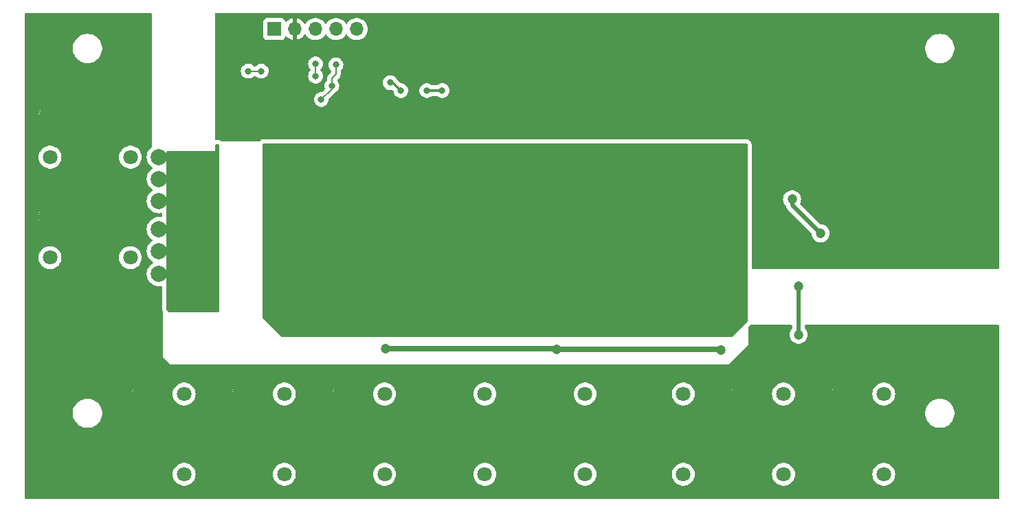
<source format=gbr>
%TF.GenerationSoftware,KiCad,Pcbnew,7.0.2-0*%
%TF.CreationDate,2024-06-30T17:20:26-07:00*%
%TF.ProjectId,Robosub_Power,526f626f-7375-4625-9f50-6f7765722e6b,rev?*%
%TF.SameCoordinates,Original*%
%TF.FileFunction,Copper,L2,Bot*%
%TF.FilePolarity,Positive*%
%FSLAX46Y46*%
G04 Gerber Fmt 4.6, Leading zero omitted, Abs format (unit mm)*
G04 Created by KiCad (PCBNEW 7.0.2-0) date 2024-06-30 17:20:26*
%MOMM*%
%LPD*%
G01*
G04 APERTURE LIST*
%TA.AperFunction,ComponentPad*%
%ADD10C,1.800000*%
%TD*%
%TA.AperFunction,ComponentPad*%
%ADD11R,1.700000X1.700000*%
%TD*%
%TA.AperFunction,ComponentPad*%
%ADD12O,1.700000X1.700000*%
%TD*%
%TA.AperFunction,ViaPad*%
%ADD13C,2.000000*%
%TD*%
%TA.AperFunction,ViaPad*%
%ADD14C,1.200000*%
%TD*%
%TA.AperFunction,ViaPad*%
%ADD15C,0.800000*%
%TD*%
%TA.AperFunction,Conductor*%
%ADD16C,0.508000*%
%TD*%
%TA.AperFunction,Conductor*%
%ADD17C,0.635000*%
%TD*%
%TA.AperFunction,Conductor*%
%ADD18C,0.150000*%
%TD*%
%TA.AperFunction,Conductor*%
%ADD19C,0.304800*%
%TD*%
%TA.AperFunction,Conductor*%
%ADD20C,3.000000*%
%TD*%
G04 APERTURE END LIST*
D10*
%TO.P,J6,1_1,1_1*%
%TO.N,V_BAT_THRUSTERS*%
X271800000Y-190517500D03*
%TO.P,J6,1_2,1_2*%
X271800000Y-180617500D03*
%TO.P,J6,2_1,2_1*%
%TO.N,GND*%
X266800000Y-190517500D03*
%TO.P,J6,2_2,2_2*%
X266800000Y-180617500D03*
%TD*%
%TO.P,J2,1_1,1_1*%
%TO.N,+BATT*%
X205882500Y-151400000D03*
%TO.P,J2,1_2,1_2*%
X215782500Y-151400000D03*
%TO.P,J2,2_1,2_1*%
%TO.N,GND*%
X205882500Y-146400000D03*
%TO.P,J2,2_2,2_2*%
X215782500Y-146400000D03*
%TD*%
%TO.P,J8,1_1,1_1*%
%TO.N,V_BAT_THRUSTERS*%
X247100000Y-190517500D03*
%TO.P,J8,1_2,1_2*%
X247100000Y-180617500D03*
%TO.P,J8,2_1,2_1*%
%TO.N,GND*%
X242100000Y-190517500D03*
%TO.P,J8,2_2,2_2*%
X242100000Y-180617500D03*
%TD*%
%TO.P,J9,1_1,1_1*%
%TO.N,V_BAT_THRUSTERS*%
X234750000Y-190517500D03*
%TO.P,J9,1_2,1_2*%
X234750000Y-180617500D03*
%TO.P,J9,2_1,2_1*%
%TO.N,GND*%
X229750000Y-190517500D03*
%TO.P,J9,2_2,2_2*%
X229750000Y-180617500D03*
%TD*%
%TO.P,J5,1_1,1_1*%
%TO.N,V_BAT_THRUSTERS*%
X283900000Y-190517500D03*
%TO.P,J5,1_2,1_2*%
X283900000Y-180617500D03*
%TO.P,J5,2_1,2_1*%
%TO.N,GND*%
X278900000Y-190517500D03*
%TO.P,J5,2_2,2_2*%
X278900000Y-180617500D03*
%TD*%
%TO.P,J1,1_1,1_1*%
%TO.N,+BATT*%
X205882500Y-163800000D03*
%TO.P,J1,1_2,1_2*%
X215782500Y-163800000D03*
%TO.P,J1,2_1,2_1*%
%TO.N,GND*%
X205882500Y-158800000D03*
%TO.P,J1,2_2,2_2*%
X215782500Y-158800000D03*
%TD*%
%TO.P,J7,1_1,1_1*%
%TO.N,V_BAT_THRUSTERS*%
X259450000Y-190517500D03*
%TO.P,J7,1_2,1_2*%
X259450000Y-180617500D03*
%TO.P,J7,2_1,2_1*%
%TO.N,GND*%
X254450000Y-190517500D03*
%TO.P,J7,2_2,2_2*%
X254450000Y-180617500D03*
%TD*%
D11*
%TO.P,J11,1,Pin_1*%
%TO.N,+5V*%
X233500000Y-135600000D03*
D12*
%TO.P,J11,2,Pin_2*%
%TO.N,GND*%
X236040000Y-135600000D03*
%TO.P,J11,3,Pin_3*%
%TO.N,OCP_N*%
X238580000Y-135600000D03*
%TO.P,J11,4,Pin_4*%
%TO.N,THRUST_EN*%
X241120000Y-135600000D03*
%TO.P,J11,5,Pin_5*%
%TO.N,LATCH*%
X243660000Y-135600000D03*
%TD*%
D10*
%TO.P,J3,1_1,1_1*%
%TO.N,V_BAT_THRUSTERS*%
X308600000Y-190517500D03*
%TO.P,J3,1_2,1_2*%
X308600000Y-180617500D03*
%TO.P,J3,2_1,2_1*%
%TO.N,GND*%
X303600000Y-190517500D03*
%TO.P,J3,2_2,2_2*%
X303600000Y-180617500D03*
%TD*%
%TO.P,J10,1_1,1_1*%
%TO.N,V_BAT_THRUSTERS*%
X222400000Y-190517500D03*
%TO.P,J10,1_2,1_2*%
X222400000Y-180617500D03*
%TO.P,J10,2_1,2_1*%
%TO.N,GND*%
X217400000Y-190517500D03*
%TO.P,J10,2_2,2_2*%
X217400000Y-180617500D03*
%TD*%
%TO.P,J4,1_1,1_1*%
%TO.N,V_BAT_THRUSTERS*%
X296250000Y-190517500D03*
%TO.P,J4,1_2,1_2*%
X296250000Y-180617500D03*
%TO.P,J4,2_1,2_1*%
%TO.N,GND*%
X291250000Y-190517500D03*
%TO.P,J4,2_2,2_2*%
X291250000Y-180617500D03*
%TD*%
D13*
%TO.N,+BATT*%
X219300000Y-163000000D03*
X219300000Y-154100000D03*
X219300000Y-160300000D03*
X219300000Y-165800000D03*
X219300000Y-156800000D03*
X219300000Y-151400000D03*
D14*
%TO.N,Net-(U3-OUT)*%
X297300000Y-156600000D03*
X300800000Y-160800000D03*
%TO.N,V_BAT_THRUSTERS*%
X298100000Y-167300000D03*
X298100000Y-173300000D03*
%TO.N,THRUSTERS_GATE*%
X247200000Y-175000000D03*
X288500000Y-175200000D03*
X268300000Y-175100000D03*
D15*
%TO.N,THRUST_EN*%
X241100000Y-140000000D03*
X239300000Y-144300000D03*
X240600000Y-142600000D03*
%TO.N,OCP_N*%
X238600000Y-139900000D03*
X238600000Y-141400000D03*
%TO.N,GATE_EN*%
X247800000Y-142200000D03*
X249100000Y-143200000D03*
X252300000Y-143200000D03*
X254200000Y-143200000D03*
%TO.N,GND*%
X230000000Y-142300000D03*
X269100000Y-139600000D03*
D14*
X207400000Y-176100000D03*
D15*
X228300000Y-143300000D03*
D14*
X318100000Y-175900000D03*
X318100000Y-178400000D03*
X297300000Y-151800000D03*
D15*
X235500000Y-144700000D03*
D14*
X301800000Y-155700000D03*
X320500000Y-191700000D03*
D15*
X269300000Y-146200000D03*
X247800000Y-138200000D03*
D14*
X318100000Y-173300000D03*
D15*
X243074079Y-146025921D03*
X227300000Y-140900000D03*
%TO.N,+5V*%
X230300000Y-140800000D03*
X231900000Y-140800000D03*
D13*
%TO.N,Sense(+)*%
X240300000Y-160700000D03*
X240300000Y-156800000D03*
X240300000Y-163300000D03*
X240300000Y-165800000D03*
X286600000Y-163200000D03*
X240300000Y-151700000D03*
X286600000Y-160600000D03*
X286600000Y-156700000D03*
X286600000Y-151600000D03*
X240300000Y-154300000D03*
X286600000Y-165700000D03*
X286600000Y-154200000D03*
%TD*%
D16*
%TO.N,Net-(U3-OUT)*%
X300800000Y-160800000D02*
X297300000Y-157300000D01*
X297300000Y-157300000D02*
X297300000Y-156600000D01*
%TO.N,V_BAT_THRUSTERS*%
X298100000Y-167300000D02*
X298100000Y-173300000D01*
D17*
%TO.N,THRUSTERS_GATE*%
X247200000Y-175000000D02*
X268200000Y-175000000D01*
X268200000Y-175000000D02*
X268300000Y-175100000D01*
X288400000Y-175100000D02*
X288500000Y-175200000D01*
X268300000Y-175100000D02*
X288400000Y-175100000D01*
D18*
%TO.N,THRUST_EN*%
X240600000Y-143000000D02*
X239300000Y-144300000D01*
X241100000Y-140000000D02*
X241100000Y-141200000D01*
X240600000Y-142600000D02*
X240600000Y-143000000D01*
X241100000Y-141200000D02*
X240600000Y-141700000D01*
X240600000Y-141700000D02*
X240600000Y-142600000D01*
%TO.N,OCP_N*%
X238600000Y-139900000D02*
X238600000Y-141400000D01*
D19*
%TO.N,GATE_EN*%
X252300000Y-143200000D02*
X254200000Y-143200000D01*
X248100000Y-142200000D02*
X249100000Y-143200000D01*
X247800000Y-142200000D02*
X248100000Y-142200000D01*
D20*
%TO.N,GND*%
X291250000Y-180617500D02*
X291250000Y-190517500D01*
X278900000Y-180617500D02*
X278900000Y-190517500D01*
X205882500Y-158800000D02*
X215782500Y-158800000D01*
X266800000Y-180617500D02*
X266800000Y-190517500D01*
X242100000Y-180617500D02*
X242100000Y-190517500D01*
X303600000Y-180617500D02*
X303600000Y-190517500D01*
X205882500Y-146400000D02*
X215782500Y-146400000D01*
X229750000Y-180617500D02*
X229750000Y-190517500D01*
X254450000Y-190517500D02*
X254450000Y-180617500D01*
X217400000Y-180617500D02*
X217400000Y-190517500D01*
D18*
%TO.N,+5V*%
X231900000Y-140800000D02*
X230300000Y-140800000D01*
%TD*%
%TA.AperFunction,Conductor*%
%TO.N,Sense(+)*%
G36*
X291743039Y-149719685D02*
G01*
X291788794Y-149772489D01*
X291800000Y-149824000D01*
X291800000Y-171648638D01*
X291780315Y-171715677D01*
X291763681Y-171736319D01*
X289936319Y-173563681D01*
X289874996Y-173597166D01*
X289848638Y-173600000D01*
X234451362Y-173600000D01*
X234384323Y-173580315D01*
X234363681Y-173563681D01*
X232136319Y-171336319D01*
X232102834Y-171274996D01*
X232100000Y-171248638D01*
X232100000Y-149824000D01*
X232119685Y-149756961D01*
X232172489Y-149711206D01*
X232224000Y-149700000D01*
X291676000Y-149700000D01*
X291743039Y-149719685D01*
G37*
%TD.AperFunction*%
%TD*%
%TA.AperFunction,Conductor*%
%TO.N,+BATT*%
G36*
X226643039Y-149819685D02*
G01*
X226688794Y-149872489D01*
X226700000Y-149924000D01*
X226700000Y-170376000D01*
X226680315Y-170443039D01*
X226627511Y-170488794D01*
X226576000Y-170500000D01*
X220551362Y-170500000D01*
X220484323Y-170480315D01*
X220463681Y-170463681D01*
X220236319Y-170236319D01*
X220202834Y-170174996D01*
X220200000Y-170148638D01*
X220200000Y-150774000D01*
X220219685Y-150706961D01*
X220272489Y-150661206D01*
X220324000Y-150650000D01*
X226200000Y-150650000D01*
X226200000Y-149924000D01*
X226219685Y-149856961D01*
X226272489Y-149811206D01*
X226324000Y-149800000D01*
X226576000Y-149800000D01*
X226643039Y-149819685D01*
G37*
%TD.AperFunction*%
%TD*%
%TA.AperFunction,Conductor*%
%TO.N,GND*%
G36*
X218343039Y-133620185D02*
G01*
X218388794Y-133672989D01*
X218400000Y-133724500D01*
X218400000Y-150127698D01*
X218380315Y-150194737D01*
X218356532Y-150221988D01*
X218230031Y-150330031D01*
X218075823Y-150510585D01*
X217951761Y-150713035D01*
X217860894Y-150932406D01*
X217805465Y-151163287D01*
X217786835Y-151400000D01*
X217805465Y-151636712D01*
X217860894Y-151867593D01*
X217906327Y-151977278D01*
X217951760Y-152086963D01*
X218075824Y-152289416D01*
X218230031Y-152469969D01*
X218410584Y-152624176D01*
X218439011Y-152641596D01*
X218443379Y-152644273D01*
X218490254Y-152696085D01*
X218501677Y-152765014D01*
X218474020Y-152829177D01*
X218443379Y-152855727D01*
X218410585Y-152875823D01*
X218230031Y-153030031D01*
X218075823Y-153210585D01*
X217951761Y-153413035D01*
X217860894Y-153632406D01*
X217805465Y-153863287D01*
X217786835Y-154099999D01*
X217805465Y-154336712D01*
X217860894Y-154567593D01*
X217906327Y-154677278D01*
X217951760Y-154786963D01*
X218075824Y-154989416D01*
X218230031Y-155169969D01*
X218410584Y-155324176D01*
X218439011Y-155341596D01*
X218443379Y-155344273D01*
X218490254Y-155396085D01*
X218501677Y-155465014D01*
X218474020Y-155529177D01*
X218443379Y-155555727D01*
X218410585Y-155575823D01*
X218230031Y-155730031D01*
X218075823Y-155910585D01*
X217951761Y-156113035D01*
X217860894Y-156332406D01*
X217805465Y-156563287D01*
X217786835Y-156800000D01*
X217805465Y-157036712D01*
X217860894Y-157267593D01*
X217895025Y-157349991D01*
X217951760Y-157486963D01*
X218075824Y-157689416D01*
X218230031Y-157869969D01*
X218410584Y-158024176D01*
X218613037Y-158148240D01*
X218832406Y-158239105D01*
X219063289Y-158294535D01*
X219300000Y-158313165D01*
X219536711Y-158294535D01*
X219536713Y-158294534D01*
X219546440Y-158293769D01*
X219546611Y-158295946D01*
X219603334Y-158298783D01*
X219660152Y-158339447D01*
X219685966Y-158404373D01*
X219686500Y-158415867D01*
X219686500Y-158684132D01*
X219666815Y-158751171D01*
X219614011Y-158796926D01*
X219544853Y-158806870D01*
X219538077Y-158805572D01*
X219300000Y-158786835D01*
X219063287Y-158805465D01*
X218832406Y-158860894D01*
X218613035Y-158951761D01*
X218410585Y-159075823D01*
X218230031Y-159230031D01*
X218075823Y-159410585D01*
X217951761Y-159613035D01*
X217860894Y-159832406D01*
X217805465Y-160063287D01*
X217786835Y-160299999D01*
X217805465Y-160536712D01*
X217860894Y-160767593D01*
X217861083Y-160768049D01*
X217951760Y-160986963D01*
X218075824Y-161189416D01*
X218230031Y-161369969D01*
X218410584Y-161524176D01*
X218439011Y-161541596D01*
X218443379Y-161544273D01*
X218490254Y-161596085D01*
X218501677Y-161665014D01*
X218474020Y-161729177D01*
X218443379Y-161755727D01*
X218410585Y-161775823D01*
X218230031Y-161930031D01*
X218075823Y-162110585D01*
X217951761Y-162313035D01*
X217860894Y-162532406D01*
X217805465Y-162763287D01*
X217786835Y-162999999D01*
X217805465Y-163236712D01*
X217860894Y-163467593D01*
X217902225Y-163567374D01*
X217951760Y-163686963D01*
X218075824Y-163889416D01*
X218230031Y-164069969D01*
X218410584Y-164224176D01*
X218497521Y-164277451D01*
X218524971Y-164294273D01*
X218571846Y-164346085D01*
X218583269Y-164415014D01*
X218555611Y-164479177D01*
X218524971Y-164505727D01*
X218410585Y-164575823D01*
X218230031Y-164730031D01*
X218075823Y-164910585D01*
X217951761Y-165113035D01*
X217860894Y-165332406D01*
X217805465Y-165563287D01*
X217786835Y-165800000D01*
X217805465Y-166036712D01*
X217860894Y-166267593D01*
X217906327Y-166377278D01*
X217951760Y-166486963D01*
X218075824Y-166689416D01*
X218230031Y-166869969D01*
X218410584Y-167024176D01*
X218613037Y-167148240D01*
X218832406Y-167239105D01*
X219063289Y-167294535D01*
X219300000Y-167313165D01*
X219536711Y-167294535D01*
X219536713Y-167294534D01*
X219546440Y-167293769D01*
X219546611Y-167295946D01*
X219603334Y-167298783D01*
X219660152Y-167339447D01*
X219685966Y-167404373D01*
X219686499Y-167415866D01*
X219686500Y-170148638D01*
X219689443Y-170203533D01*
X219689620Y-170205182D01*
X219689622Y-170205203D01*
X219692099Y-170228236D01*
X219692277Y-170229891D01*
X219701069Y-170284148D01*
X219752147Y-170421093D01*
X219784832Y-170480950D01*
X219800000Y-170540377D01*
X219800000Y-176100000D01*
X220700000Y-177000000D01*
X289500000Y-177000000D01*
X291900000Y-174600000D01*
X291900000Y-172377560D01*
X291919685Y-172310521D01*
X291936319Y-172289879D01*
X292089879Y-172136319D01*
X292151202Y-172102834D01*
X292177560Y-172100000D01*
X297213500Y-172100000D01*
X297280539Y-172119685D01*
X297326294Y-172172489D01*
X297337500Y-172224000D01*
X297337500Y-172440376D01*
X297317815Y-172507415D01*
X297297040Y-172532011D01*
X297277301Y-172550006D01*
X297153496Y-172713950D01*
X297061924Y-172897849D01*
X297005706Y-173095439D01*
X296986751Y-173300000D01*
X297005706Y-173504560D01*
X297061924Y-173702150D01*
X297153496Y-173886049D01*
X297277299Y-174049992D01*
X297429115Y-174188390D01*
X297429117Y-174188391D01*
X297429118Y-174188392D01*
X297603782Y-174296540D01*
X297795345Y-174370751D01*
X297997282Y-174408500D01*
X297997284Y-174408500D01*
X298202716Y-174408500D01*
X298202718Y-174408500D01*
X298404655Y-174370751D01*
X298596218Y-174296540D01*
X298770882Y-174188392D01*
X298922701Y-174049991D01*
X299046503Y-173886050D01*
X299138074Y-173702152D01*
X299194294Y-173504559D01*
X299213249Y-173300000D01*
X299194294Y-173095441D01*
X299173160Y-173021163D01*
X299138075Y-172897849D01*
X299046503Y-172713950D01*
X299046502Y-172713950D01*
X298922701Y-172550009D01*
X298922698Y-172550006D01*
X298902960Y-172532011D01*
X298866680Y-172472299D01*
X298862500Y-172440376D01*
X298862500Y-172224000D01*
X298882185Y-172156961D01*
X298934989Y-172111206D01*
X298986500Y-172100000D01*
X322675500Y-172100000D01*
X322742539Y-172119685D01*
X322788294Y-172172489D01*
X322799500Y-172224000D01*
X322799500Y-193475500D01*
X322779815Y-193542539D01*
X322727011Y-193588294D01*
X322675500Y-193599500D01*
X202924500Y-193599500D01*
X202857461Y-193579815D01*
X202811706Y-193527011D01*
X202800500Y-193475500D01*
X202800500Y-190517500D01*
X215995201Y-190517500D01*
X216014361Y-190748717D01*
X216071319Y-190973639D01*
X216164516Y-191186109D01*
X216248811Y-191315133D01*
X216837226Y-190726719D01*
X216875901Y-190820088D01*
X216972075Y-190945425D01*
X217097412Y-191041599D01*
X217190779Y-191080272D01*
X216601199Y-191669851D01*
X216631650Y-191693551D01*
X216835700Y-191803977D01*
X217055140Y-191879311D01*
X217283993Y-191917500D01*
X217516007Y-191917500D01*
X217744859Y-191879311D01*
X217964296Y-191803978D01*
X218168353Y-191693548D01*
X218198798Y-191669851D01*
X217609220Y-191080273D01*
X217702588Y-191041599D01*
X217827925Y-190945425D01*
X217924099Y-190820089D01*
X217962772Y-190726720D01*
X218551186Y-191315134D01*
X218635483Y-191186107D01*
X218728680Y-190973638D01*
X218785638Y-190748717D01*
X218804798Y-190517500D01*
X220986672Y-190517500D01*
X221005948Y-190750121D01*
X221063251Y-190976408D01*
X221157016Y-191190169D01*
X221284684Y-191385581D01*
X221284686Y-191385583D01*
X221442780Y-191557318D01*
X221626983Y-191700690D01*
X221832273Y-191811787D01*
X221887467Y-191830735D01*
X222053046Y-191887580D01*
X222283288Y-191926000D01*
X222516712Y-191926000D01*
X222746953Y-191887580D01*
X222857338Y-191849683D01*
X222967727Y-191811787D01*
X223173017Y-191700690D01*
X223357220Y-191557318D01*
X223515314Y-191385583D01*
X223642984Y-191190169D01*
X223736749Y-190976407D01*
X223794051Y-190750126D01*
X223813327Y-190517500D01*
X228345201Y-190517500D01*
X228364361Y-190748717D01*
X228421319Y-190973639D01*
X228514516Y-191186109D01*
X228598811Y-191315133D01*
X229187226Y-190726718D01*
X229225901Y-190820088D01*
X229322075Y-190945425D01*
X229447412Y-191041599D01*
X229540779Y-191080272D01*
X228951199Y-191669851D01*
X228981650Y-191693551D01*
X229185700Y-191803977D01*
X229405140Y-191879311D01*
X229633993Y-191917500D01*
X229866007Y-191917500D01*
X230094859Y-191879311D01*
X230314296Y-191803978D01*
X230518353Y-191693548D01*
X230548798Y-191669851D01*
X229959220Y-191080273D01*
X230052588Y-191041599D01*
X230177925Y-190945425D01*
X230274099Y-190820089D01*
X230312772Y-190726720D01*
X230901186Y-191315134D01*
X230985483Y-191186107D01*
X231078680Y-190973638D01*
X231135638Y-190748717D01*
X231154798Y-190517500D01*
X231154798Y-190517499D01*
X233336672Y-190517499D01*
X233355948Y-190750121D01*
X233413251Y-190976408D01*
X233507016Y-191190169D01*
X233634684Y-191385581D01*
X233634686Y-191385583D01*
X233792780Y-191557318D01*
X233976983Y-191700690D01*
X234182273Y-191811787D01*
X234237467Y-191830735D01*
X234403046Y-191887580D01*
X234633288Y-191926000D01*
X234866712Y-191926000D01*
X235096953Y-191887580D01*
X235207338Y-191849683D01*
X235317727Y-191811787D01*
X235523017Y-191700690D01*
X235707220Y-191557318D01*
X235865314Y-191385583D01*
X235992984Y-191190169D01*
X236086749Y-190976407D01*
X236144051Y-190750126D01*
X236163327Y-190517500D01*
X240695201Y-190517500D01*
X240714361Y-190748717D01*
X240771319Y-190973639D01*
X240864516Y-191186109D01*
X240948811Y-191315133D01*
X241537226Y-190726719D01*
X241575901Y-190820088D01*
X241672075Y-190945425D01*
X241797412Y-191041599D01*
X241890779Y-191080272D01*
X241301199Y-191669851D01*
X241331650Y-191693551D01*
X241535700Y-191803977D01*
X241755140Y-191879311D01*
X241983993Y-191917500D01*
X242216007Y-191917500D01*
X242444859Y-191879311D01*
X242664296Y-191803978D01*
X242868353Y-191693548D01*
X242898798Y-191669851D01*
X242309220Y-191080273D01*
X242402588Y-191041599D01*
X242527925Y-190945425D01*
X242624099Y-190820089D01*
X242662773Y-190726719D01*
X243251186Y-191315134D01*
X243335483Y-191186107D01*
X243428680Y-190973638D01*
X243485638Y-190748717D01*
X243504798Y-190517500D01*
X245686672Y-190517500D01*
X245705948Y-190750121D01*
X245763251Y-190976408D01*
X245857016Y-191190169D01*
X245984684Y-191385581D01*
X245984686Y-191385583D01*
X246142780Y-191557318D01*
X246326983Y-191700690D01*
X246532273Y-191811787D01*
X246587467Y-191830735D01*
X246753046Y-191887580D01*
X246983288Y-191926000D01*
X247216712Y-191926000D01*
X247446953Y-191887580D01*
X247557338Y-191849683D01*
X247667727Y-191811787D01*
X247873017Y-191700690D01*
X248057220Y-191557318D01*
X248215314Y-191385583D01*
X248342984Y-191190169D01*
X248436749Y-190976407D01*
X248494051Y-190750126D01*
X248513327Y-190517500D01*
X253045201Y-190517500D01*
X253064361Y-190748717D01*
X253121319Y-190973639D01*
X253214516Y-191186109D01*
X253298811Y-191315133D01*
X253887226Y-190726718D01*
X253925901Y-190820088D01*
X254022075Y-190945425D01*
X254147412Y-191041599D01*
X254240779Y-191080272D01*
X253651199Y-191669851D01*
X253681650Y-191693551D01*
X253885700Y-191803977D01*
X254105140Y-191879311D01*
X254333993Y-191917500D01*
X254566007Y-191917500D01*
X254794859Y-191879311D01*
X255014296Y-191803978D01*
X255218353Y-191693548D01*
X255248798Y-191669851D01*
X254659220Y-191080273D01*
X254752588Y-191041599D01*
X254877925Y-190945425D01*
X254974099Y-190820089D01*
X255012773Y-190726720D01*
X255601186Y-191315134D01*
X255685483Y-191186107D01*
X255778680Y-190973638D01*
X255835638Y-190748717D01*
X255854798Y-190517500D01*
X258036672Y-190517500D01*
X258055948Y-190750121D01*
X258113251Y-190976408D01*
X258207016Y-191190169D01*
X258334684Y-191385581D01*
X258334686Y-191385583D01*
X258492780Y-191557318D01*
X258676983Y-191700690D01*
X258882273Y-191811787D01*
X258937466Y-191830735D01*
X259103046Y-191887580D01*
X259333288Y-191926000D01*
X259566712Y-191926000D01*
X259796953Y-191887580D01*
X259907339Y-191849683D01*
X260017727Y-191811787D01*
X260223017Y-191700690D01*
X260407220Y-191557318D01*
X260565314Y-191385583D01*
X260692984Y-191190169D01*
X260786749Y-190976407D01*
X260844051Y-190750126D01*
X260863327Y-190517500D01*
X265395201Y-190517500D01*
X265414361Y-190748717D01*
X265471319Y-190973639D01*
X265564516Y-191186109D01*
X265648812Y-191315134D01*
X266237226Y-190726719D01*
X266275901Y-190820088D01*
X266372075Y-190945425D01*
X266497412Y-191041599D01*
X266590779Y-191080272D01*
X266001199Y-191669851D01*
X266031650Y-191693551D01*
X266235700Y-191803977D01*
X266455140Y-191879311D01*
X266683993Y-191917500D01*
X266916007Y-191917500D01*
X267144859Y-191879311D01*
X267364296Y-191803978D01*
X267568353Y-191693548D01*
X267598798Y-191669851D01*
X267009220Y-191080273D01*
X267102588Y-191041599D01*
X267227925Y-190945425D01*
X267324099Y-190820089D01*
X267362773Y-190726720D01*
X267951186Y-191315134D01*
X268035483Y-191186107D01*
X268128680Y-190973638D01*
X268185638Y-190748717D01*
X268204798Y-190517500D01*
X270386672Y-190517500D01*
X270405948Y-190750121D01*
X270463251Y-190976408D01*
X270557016Y-191190169D01*
X270684684Y-191385581D01*
X270684686Y-191385583D01*
X270842780Y-191557318D01*
X271026983Y-191700690D01*
X271232273Y-191811787D01*
X271287466Y-191830735D01*
X271453046Y-191887580D01*
X271683288Y-191926000D01*
X271916712Y-191926000D01*
X272146953Y-191887580D01*
X272257339Y-191849683D01*
X272367727Y-191811787D01*
X272573017Y-191700690D01*
X272757220Y-191557318D01*
X272915314Y-191385583D01*
X273042984Y-191190169D01*
X273136749Y-190976407D01*
X273194051Y-190750126D01*
X273213327Y-190517500D01*
X277495201Y-190517500D01*
X277514361Y-190748717D01*
X277571319Y-190973639D01*
X277664516Y-191186109D01*
X277748811Y-191315133D01*
X278337226Y-190726719D01*
X278375901Y-190820088D01*
X278472075Y-190945425D01*
X278597412Y-191041599D01*
X278690779Y-191080272D01*
X278101199Y-191669851D01*
X278131650Y-191693551D01*
X278335700Y-191803977D01*
X278555140Y-191879311D01*
X278783993Y-191917500D01*
X279016007Y-191917500D01*
X279244859Y-191879311D01*
X279464296Y-191803978D01*
X279668353Y-191693548D01*
X279698798Y-191669851D01*
X279109220Y-191080273D01*
X279202588Y-191041599D01*
X279327925Y-190945425D01*
X279424099Y-190820089D01*
X279462773Y-190726719D01*
X280051186Y-191315134D01*
X280135483Y-191186107D01*
X280228680Y-190973638D01*
X280285638Y-190748717D01*
X280304798Y-190517500D01*
X282486672Y-190517500D01*
X282505948Y-190750121D01*
X282563251Y-190976408D01*
X282657016Y-191190169D01*
X282784684Y-191385581D01*
X282784686Y-191385583D01*
X282942780Y-191557318D01*
X283126983Y-191700690D01*
X283332273Y-191811787D01*
X283387467Y-191830735D01*
X283553046Y-191887580D01*
X283783288Y-191926000D01*
X284016712Y-191926000D01*
X284246953Y-191887580D01*
X284357338Y-191849683D01*
X284467727Y-191811787D01*
X284673017Y-191700690D01*
X284857220Y-191557318D01*
X285015314Y-191385583D01*
X285142984Y-191190169D01*
X285236749Y-190976407D01*
X285294051Y-190750126D01*
X285313327Y-190517500D01*
X289845201Y-190517500D01*
X289864361Y-190748717D01*
X289921319Y-190973639D01*
X290014516Y-191186109D01*
X290098811Y-191315133D01*
X290687226Y-190726718D01*
X290725901Y-190820088D01*
X290822075Y-190945425D01*
X290947412Y-191041599D01*
X291040779Y-191080272D01*
X290451199Y-191669851D01*
X290481650Y-191693551D01*
X290685700Y-191803977D01*
X290905140Y-191879311D01*
X291133993Y-191917500D01*
X291366007Y-191917500D01*
X291594859Y-191879311D01*
X291814296Y-191803978D01*
X292018353Y-191693548D01*
X292048798Y-191669851D01*
X291459220Y-191080273D01*
X291552588Y-191041599D01*
X291677925Y-190945425D01*
X291774099Y-190820089D01*
X291812773Y-190726720D01*
X292401186Y-191315134D01*
X292485483Y-191186107D01*
X292578680Y-190973638D01*
X292635638Y-190748717D01*
X292654798Y-190517500D01*
X294836672Y-190517500D01*
X294855948Y-190750121D01*
X294913251Y-190976408D01*
X295007016Y-191190169D01*
X295134684Y-191385581D01*
X295134686Y-191385583D01*
X295292780Y-191557318D01*
X295476983Y-191700690D01*
X295682273Y-191811787D01*
X295737466Y-191830735D01*
X295903046Y-191887580D01*
X296133288Y-191926000D01*
X296366712Y-191926000D01*
X296596953Y-191887580D01*
X296707339Y-191849683D01*
X296817727Y-191811787D01*
X297023017Y-191700690D01*
X297207220Y-191557318D01*
X297365314Y-191385583D01*
X297492984Y-191190169D01*
X297586749Y-190976407D01*
X297644051Y-190750126D01*
X297663327Y-190517500D01*
X302195201Y-190517500D01*
X302214361Y-190748717D01*
X302271319Y-190973639D01*
X302364516Y-191186109D01*
X302448811Y-191315133D01*
X303037226Y-190726719D01*
X303075901Y-190820088D01*
X303172075Y-190945425D01*
X303297412Y-191041599D01*
X303390779Y-191080272D01*
X302801199Y-191669851D01*
X302831650Y-191693551D01*
X303035700Y-191803977D01*
X303255140Y-191879311D01*
X303483993Y-191917500D01*
X303716007Y-191917500D01*
X303944859Y-191879311D01*
X304164296Y-191803978D01*
X304368353Y-191693548D01*
X304398798Y-191669851D01*
X303809220Y-191080273D01*
X303902588Y-191041599D01*
X304027925Y-190945425D01*
X304124099Y-190820089D01*
X304162773Y-190726719D01*
X304751186Y-191315134D01*
X304835483Y-191186107D01*
X304928680Y-190973638D01*
X304985638Y-190748717D01*
X305004798Y-190517500D01*
X307186672Y-190517500D01*
X307205948Y-190750121D01*
X307263251Y-190976408D01*
X307357016Y-191190169D01*
X307484684Y-191385581D01*
X307484686Y-191385583D01*
X307642780Y-191557318D01*
X307826983Y-191700690D01*
X308032273Y-191811787D01*
X308087467Y-191830735D01*
X308253046Y-191887580D01*
X308483288Y-191926000D01*
X308716712Y-191926000D01*
X308946953Y-191887580D01*
X309057339Y-191849683D01*
X309167727Y-191811787D01*
X309373017Y-191700690D01*
X309557220Y-191557318D01*
X309715314Y-191385583D01*
X309842984Y-191190169D01*
X309936749Y-190976407D01*
X309994051Y-190750126D01*
X310013327Y-190517500D01*
X309994051Y-190284874D01*
X309936749Y-190058593D01*
X309842984Y-189844831D01*
X309715314Y-189649417D01*
X309557220Y-189477682D01*
X309373017Y-189334310D01*
X309167727Y-189223213D01*
X309167726Y-189223212D01*
X309167725Y-189223212D01*
X308946953Y-189147419D01*
X308716712Y-189109000D01*
X308483288Y-189109000D01*
X308253046Y-189147419D01*
X308032274Y-189223212D01*
X307826983Y-189334310D01*
X307642780Y-189477681D01*
X307484684Y-189649418D01*
X307357016Y-189844830D01*
X307263251Y-190058591D01*
X307205948Y-190284878D01*
X307186672Y-190517500D01*
X305004798Y-190517500D01*
X304985638Y-190286282D01*
X304928680Y-190061360D01*
X304835484Y-189848892D01*
X304751186Y-189719864D01*
X304162772Y-190308278D01*
X304124099Y-190214912D01*
X304027925Y-190089575D01*
X303902588Y-189993401D01*
X303809220Y-189954727D01*
X304398799Y-189365148D01*
X304398799Y-189365147D01*
X304368349Y-189341448D01*
X304164299Y-189231022D01*
X303944859Y-189155688D01*
X303716007Y-189117500D01*
X303483993Y-189117500D01*
X303255140Y-189155688D01*
X303035703Y-189231021D01*
X302831645Y-189341452D01*
X302801200Y-189365146D01*
X302801200Y-189365147D01*
X303390779Y-189954726D01*
X303297412Y-189993401D01*
X303172075Y-190089575D01*
X303075901Y-190214911D01*
X303037226Y-190308279D01*
X302448812Y-189719865D01*
X302364516Y-189848890D01*
X302271319Y-190061360D01*
X302214361Y-190286282D01*
X302195201Y-190517500D01*
X297663327Y-190517500D01*
X297644051Y-190284874D01*
X297586749Y-190058593D01*
X297492984Y-189844831D01*
X297365314Y-189649417D01*
X297207220Y-189477682D01*
X297023017Y-189334310D01*
X296817727Y-189223213D01*
X296817726Y-189223212D01*
X296817725Y-189223212D01*
X296596953Y-189147419D01*
X296366712Y-189109000D01*
X296133288Y-189109000D01*
X295903046Y-189147419D01*
X295682274Y-189223212D01*
X295476983Y-189334310D01*
X295292780Y-189477681D01*
X295134684Y-189649418D01*
X295007016Y-189844830D01*
X294913251Y-190058591D01*
X294855948Y-190284878D01*
X294836672Y-190517500D01*
X292654798Y-190517500D01*
X292635638Y-190286282D01*
X292578680Y-190061360D01*
X292485484Y-189848892D01*
X292401186Y-189719864D01*
X291812772Y-190308278D01*
X291774099Y-190214912D01*
X291677925Y-190089575D01*
X291552588Y-189993401D01*
X291459220Y-189954727D01*
X292048799Y-189365148D01*
X292048799Y-189365147D01*
X292018349Y-189341448D01*
X291814299Y-189231022D01*
X291594859Y-189155688D01*
X291366007Y-189117500D01*
X291133993Y-189117500D01*
X290905140Y-189155688D01*
X290685703Y-189231021D01*
X290481645Y-189341452D01*
X290451200Y-189365146D01*
X290451200Y-189365147D01*
X291040779Y-189954726D01*
X290947412Y-189993401D01*
X290822075Y-190089575D01*
X290725901Y-190214911D01*
X290687227Y-190308278D01*
X290098812Y-189719865D01*
X290014516Y-189848890D01*
X289921319Y-190061360D01*
X289864361Y-190286282D01*
X289845201Y-190517500D01*
X285313327Y-190517500D01*
X285294051Y-190284874D01*
X285236749Y-190058593D01*
X285142984Y-189844831D01*
X285015314Y-189649417D01*
X284857220Y-189477682D01*
X284673017Y-189334310D01*
X284467727Y-189223213D01*
X284467726Y-189223212D01*
X284467725Y-189223212D01*
X284246953Y-189147419D01*
X284016712Y-189109000D01*
X283783288Y-189109000D01*
X283553046Y-189147419D01*
X283332274Y-189223212D01*
X283126983Y-189334310D01*
X282942780Y-189477681D01*
X282784684Y-189649418D01*
X282657016Y-189844830D01*
X282563251Y-190058591D01*
X282505948Y-190284878D01*
X282486672Y-190517500D01*
X280304798Y-190517500D01*
X280304798Y-190517499D01*
X280285638Y-190286282D01*
X280228680Y-190061360D01*
X280135484Y-189848892D01*
X280051186Y-189719864D01*
X279462772Y-190308278D01*
X279424099Y-190214912D01*
X279327925Y-190089575D01*
X279202588Y-189993401D01*
X279109220Y-189954727D01*
X279698799Y-189365148D01*
X279698799Y-189365147D01*
X279668349Y-189341448D01*
X279464299Y-189231022D01*
X279244859Y-189155688D01*
X279016007Y-189117500D01*
X278783993Y-189117500D01*
X278555140Y-189155688D01*
X278335703Y-189231021D01*
X278131645Y-189341452D01*
X278101200Y-189365146D01*
X278101200Y-189365147D01*
X278690779Y-189954726D01*
X278597412Y-189993401D01*
X278472075Y-190089575D01*
X278375901Y-190214911D01*
X278337226Y-190308279D01*
X277748812Y-189719865D01*
X277664516Y-189848890D01*
X277571319Y-190061360D01*
X277514361Y-190286282D01*
X277495201Y-190517500D01*
X273213327Y-190517500D01*
X273194051Y-190284874D01*
X273136749Y-190058593D01*
X273042984Y-189844831D01*
X272915314Y-189649417D01*
X272757220Y-189477682D01*
X272573017Y-189334310D01*
X272367727Y-189223213D01*
X272367726Y-189223212D01*
X272367725Y-189223212D01*
X272146953Y-189147419D01*
X271916712Y-189109000D01*
X271683288Y-189109000D01*
X271453046Y-189147419D01*
X271232274Y-189223212D01*
X271026983Y-189334310D01*
X270842780Y-189477681D01*
X270684684Y-189649418D01*
X270557016Y-189844830D01*
X270463251Y-190058591D01*
X270405948Y-190284878D01*
X270386672Y-190517500D01*
X268204798Y-190517500D01*
X268185638Y-190286282D01*
X268128680Y-190061360D01*
X268035484Y-189848892D01*
X267951186Y-189719864D01*
X267362772Y-190308278D01*
X267324099Y-190214912D01*
X267227925Y-190089575D01*
X267102588Y-189993401D01*
X267009220Y-189954727D01*
X267598799Y-189365148D01*
X267598799Y-189365147D01*
X267568349Y-189341448D01*
X267364299Y-189231022D01*
X267144859Y-189155688D01*
X266916007Y-189117500D01*
X266683993Y-189117500D01*
X266455140Y-189155688D01*
X266235703Y-189231021D01*
X266031645Y-189341452D01*
X266001200Y-189365146D01*
X266001200Y-189365147D01*
X266590779Y-189954726D01*
X266497412Y-189993401D01*
X266372075Y-190089575D01*
X266275901Y-190214911D01*
X266237226Y-190308280D01*
X265648812Y-189719865D01*
X265564516Y-189848890D01*
X265471319Y-190061360D01*
X265414361Y-190286282D01*
X265395201Y-190517500D01*
X260863327Y-190517500D01*
X260844051Y-190284874D01*
X260786749Y-190058593D01*
X260692984Y-189844831D01*
X260565314Y-189649417D01*
X260407220Y-189477682D01*
X260223017Y-189334310D01*
X260017727Y-189223213D01*
X260017726Y-189223212D01*
X260017725Y-189223212D01*
X259796953Y-189147419D01*
X259566712Y-189109000D01*
X259333288Y-189109000D01*
X259103046Y-189147419D01*
X258882274Y-189223212D01*
X258676983Y-189334310D01*
X258492780Y-189477681D01*
X258334684Y-189649418D01*
X258207016Y-189844830D01*
X258113251Y-190058591D01*
X258055948Y-190284878D01*
X258036672Y-190517500D01*
X255854798Y-190517500D01*
X255835638Y-190286282D01*
X255778680Y-190061360D01*
X255685484Y-189848892D01*
X255601186Y-189719864D01*
X255012772Y-190308278D01*
X254974099Y-190214912D01*
X254877925Y-190089575D01*
X254752588Y-189993401D01*
X254659219Y-189954726D01*
X255248799Y-189365147D01*
X255218349Y-189341448D01*
X255014299Y-189231022D01*
X254794859Y-189155688D01*
X254566007Y-189117500D01*
X254333993Y-189117500D01*
X254105140Y-189155688D01*
X253885703Y-189231021D01*
X253681645Y-189341452D01*
X253651200Y-189365146D01*
X253651200Y-189365147D01*
X254240778Y-189954727D01*
X254147412Y-189993401D01*
X254022075Y-190089575D01*
X253925901Y-190214911D01*
X253887226Y-190308279D01*
X253298812Y-189719865D01*
X253214516Y-189848890D01*
X253121319Y-190061360D01*
X253064361Y-190286282D01*
X253045201Y-190517500D01*
X248513327Y-190517500D01*
X248494051Y-190284874D01*
X248436749Y-190058593D01*
X248342984Y-189844831D01*
X248215314Y-189649417D01*
X248057220Y-189477682D01*
X247873017Y-189334310D01*
X247667727Y-189223213D01*
X247667726Y-189223212D01*
X247667725Y-189223212D01*
X247446953Y-189147419D01*
X247216712Y-189109000D01*
X246983288Y-189109000D01*
X246753046Y-189147419D01*
X246532274Y-189223212D01*
X246326983Y-189334310D01*
X246142780Y-189477681D01*
X245984684Y-189649418D01*
X245857016Y-189844830D01*
X245763251Y-190058591D01*
X245705948Y-190284878D01*
X245686672Y-190517500D01*
X243504798Y-190517500D01*
X243485638Y-190286282D01*
X243428680Y-190061360D01*
X243335484Y-189848892D01*
X243251186Y-189719864D01*
X242662772Y-190308278D01*
X242624099Y-190214912D01*
X242527925Y-190089575D01*
X242402588Y-189993401D01*
X242309220Y-189954727D01*
X242898799Y-189365148D01*
X242898799Y-189365147D01*
X242868349Y-189341448D01*
X242664299Y-189231022D01*
X242444859Y-189155688D01*
X242216007Y-189117500D01*
X241983993Y-189117500D01*
X241755140Y-189155688D01*
X241535703Y-189231021D01*
X241331645Y-189341452D01*
X241301200Y-189365146D01*
X241301200Y-189365147D01*
X241890779Y-189954726D01*
X241797412Y-189993401D01*
X241672075Y-190089575D01*
X241575901Y-190214911D01*
X241537226Y-190308279D01*
X240948812Y-189719865D01*
X240864516Y-189848890D01*
X240771319Y-190061360D01*
X240714361Y-190286282D01*
X240695201Y-190517500D01*
X236163327Y-190517500D01*
X236144051Y-190284874D01*
X236086749Y-190058593D01*
X235992984Y-189844831D01*
X235865314Y-189649417D01*
X235707220Y-189477682D01*
X235523017Y-189334310D01*
X235317727Y-189223213D01*
X235317726Y-189223212D01*
X235317725Y-189223212D01*
X235096953Y-189147419D01*
X234866712Y-189109000D01*
X234633288Y-189109000D01*
X234403046Y-189147419D01*
X234182274Y-189223212D01*
X233976983Y-189334310D01*
X233792780Y-189477681D01*
X233634684Y-189649418D01*
X233507016Y-189844830D01*
X233413251Y-190058591D01*
X233355948Y-190284878D01*
X233336672Y-190517499D01*
X231154798Y-190517499D01*
X231135638Y-190286282D01*
X231078680Y-190061360D01*
X230985484Y-189848892D01*
X230901186Y-189719864D01*
X230312772Y-190308278D01*
X230274099Y-190214912D01*
X230177925Y-190089575D01*
X230052588Y-189993401D01*
X229959218Y-189954726D01*
X230548799Y-189365147D01*
X230518349Y-189341448D01*
X230314299Y-189231022D01*
X230094859Y-189155688D01*
X229866007Y-189117500D01*
X229633993Y-189117500D01*
X229405140Y-189155688D01*
X229185703Y-189231021D01*
X228981645Y-189341452D01*
X228951200Y-189365146D01*
X228951200Y-189365147D01*
X229540779Y-189954726D01*
X229447412Y-189993401D01*
X229322075Y-190089575D01*
X229225901Y-190214911D01*
X229187227Y-190308279D01*
X228598812Y-189719865D01*
X228514516Y-189848890D01*
X228421319Y-190061360D01*
X228364361Y-190286282D01*
X228345201Y-190517500D01*
X223813327Y-190517500D01*
X223794051Y-190284874D01*
X223736749Y-190058593D01*
X223642984Y-189844831D01*
X223515314Y-189649417D01*
X223357220Y-189477682D01*
X223173017Y-189334310D01*
X222967727Y-189223213D01*
X222967726Y-189223212D01*
X222967725Y-189223212D01*
X222746953Y-189147419D01*
X222516712Y-189109000D01*
X222283288Y-189109000D01*
X222053046Y-189147419D01*
X221832274Y-189223212D01*
X221626983Y-189334310D01*
X221442780Y-189477681D01*
X221284684Y-189649418D01*
X221157016Y-189844830D01*
X221063251Y-190058591D01*
X221005948Y-190284878D01*
X220986672Y-190517500D01*
X218804798Y-190517500D01*
X218785638Y-190286282D01*
X218728680Y-190061360D01*
X218635484Y-189848892D01*
X218551186Y-189719864D01*
X217962772Y-190308278D01*
X217924099Y-190214912D01*
X217827925Y-190089575D01*
X217702588Y-189993401D01*
X217609220Y-189954727D01*
X218198799Y-189365148D01*
X218198799Y-189365147D01*
X218168349Y-189341448D01*
X217964299Y-189231022D01*
X217744859Y-189155688D01*
X217516007Y-189117500D01*
X217283993Y-189117500D01*
X217055140Y-189155688D01*
X216835703Y-189231021D01*
X216631645Y-189341452D01*
X216601200Y-189365146D01*
X216601200Y-189365147D01*
X217190779Y-189954726D01*
X217097412Y-189993401D01*
X216972075Y-190089575D01*
X216875901Y-190214911D01*
X216837226Y-190308279D01*
X216248812Y-189719865D01*
X216164516Y-189848890D01*
X216071319Y-190061360D01*
X216014361Y-190286282D01*
X215995201Y-190517500D01*
X202800500Y-190517500D01*
X202800500Y-183135169D01*
X208696300Y-183135169D01*
X208736590Y-183402486D01*
X208816274Y-183660813D01*
X208816275Y-183660814D01*
X208933570Y-183904379D01*
X209085856Y-184127742D01*
X209269732Y-184325913D01*
X209481090Y-184494466D01*
X209715209Y-184629635D01*
X209966859Y-184728400D01*
X210230419Y-184788556D01*
X210432505Y-184803700D01*
X210434822Y-184803700D01*
X210565178Y-184803700D01*
X210567495Y-184803700D01*
X210769581Y-184788556D01*
X211033141Y-184728400D01*
X211284791Y-184629635D01*
X211518910Y-184494466D01*
X211730268Y-184325913D01*
X211914144Y-184127742D01*
X212066430Y-183904379D01*
X212183725Y-183660814D01*
X212263409Y-183402487D01*
X212303700Y-183135169D01*
X313696300Y-183135169D01*
X313736590Y-183402486D01*
X313816274Y-183660813D01*
X313816275Y-183660814D01*
X313933570Y-183904379D01*
X314085856Y-184127742D01*
X314269732Y-184325913D01*
X314481090Y-184494466D01*
X314715209Y-184629635D01*
X314966859Y-184728400D01*
X315230419Y-184788556D01*
X315432505Y-184803700D01*
X315434822Y-184803700D01*
X315565178Y-184803700D01*
X315567495Y-184803700D01*
X315769581Y-184788556D01*
X316033141Y-184728400D01*
X316284791Y-184629635D01*
X316518910Y-184494466D01*
X316730268Y-184325913D01*
X316914144Y-184127742D01*
X317066430Y-183904379D01*
X317183725Y-183660814D01*
X317263409Y-183402487D01*
X317303700Y-183135169D01*
X317303700Y-182864831D01*
X317263409Y-182597513D01*
X317183725Y-182339186D01*
X317066430Y-182095621D01*
X316914144Y-181872258D01*
X316730268Y-181674087D01*
X316518910Y-181505534D01*
X316518909Y-181505533D01*
X316284789Y-181370364D01*
X316033143Y-181271600D01*
X315769578Y-181211443D01*
X315569809Y-181196473D01*
X315569798Y-181196472D01*
X315567495Y-181196300D01*
X315432505Y-181196300D01*
X315430202Y-181196472D01*
X315430190Y-181196473D01*
X315230421Y-181211443D01*
X314966856Y-181271600D01*
X314715210Y-181370364D01*
X314481090Y-181505533D01*
X314269731Y-181674087D01*
X314085855Y-181872258D01*
X313933570Y-182095620D01*
X313816275Y-182339185D01*
X313736590Y-182597513D01*
X313696300Y-182864830D01*
X313696300Y-183135169D01*
X212303700Y-183135169D01*
X212303700Y-182864831D01*
X212263409Y-182597513D01*
X212183725Y-182339186D01*
X212066430Y-182095621D01*
X211914144Y-181872258D01*
X211730268Y-181674087D01*
X211518910Y-181505534D01*
X211518909Y-181505533D01*
X211284789Y-181370364D01*
X211033143Y-181271600D01*
X210769578Y-181211443D01*
X210569809Y-181196473D01*
X210569798Y-181196472D01*
X210567495Y-181196300D01*
X210432505Y-181196300D01*
X210430202Y-181196472D01*
X210430190Y-181196473D01*
X210230421Y-181211443D01*
X209966856Y-181271600D01*
X209715210Y-181370364D01*
X209481090Y-181505533D01*
X209269731Y-181674087D01*
X209085855Y-181872258D01*
X208933570Y-182095620D01*
X208816275Y-182339185D01*
X208736590Y-182597513D01*
X208696300Y-182864830D01*
X208696300Y-183135169D01*
X202800500Y-183135169D01*
X202800500Y-180617499D01*
X215995201Y-180617499D01*
X216014361Y-180848717D01*
X216071319Y-181073639D01*
X216164516Y-181286109D01*
X216248811Y-181415133D01*
X216837226Y-180826719D01*
X216875901Y-180920088D01*
X216972075Y-181045425D01*
X217097412Y-181141599D01*
X217190779Y-181180272D01*
X216601199Y-181769851D01*
X216631650Y-181793551D01*
X216835700Y-181903977D01*
X217055140Y-181979311D01*
X217283993Y-182017500D01*
X217516007Y-182017500D01*
X217744859Y-181979311D01*
X217964296Y-181903978D01*
X218168353Y-181793548D01*
X218198798Y-181769851D01*
X217609220Y-181180273D01*
X217702588Y-181141599D01*
X217827925Y-181045425D01*
X217924099Y-180920089D01*
X217962772Y-180826721D01*
X218551186Y-181415134D01*
X218635483Y-181286107D01*
X218728680Y-181073638D01*
X218785638Y-180848717D01*
X218804798Y-180617500D01*
X220986672Y-180617500D01*
X221005948Y-180850121D01*
X221063251Y-181076408D01*
X221157016Y-181290169D01*
X221284684Y-181485581D01*
X221284686Y-181485583D01*
X221442780Y-181657318D01*
X221626983Y-181800690D01*
X221832273Y-181911787D01*
X221887467Y-181930735D01*
X222053046Y-181987580D01*
X222283288Y-182026000D01*
X222516712Y-182026000D01*
X222746953Y-181987580D01*
X222857338Y-181949683D01*
X222967727Y-181911787D01*
X223173017Y-181800690D01*
X223357220Y-181657318D01*
X223515314Y-181485583D01*
X223642984Y-181290169D01*
X223736749Y-181076407D01*
X223794051Y-180850126D01*
X223813327Y-180617500D01*
X223813327Y-180617499D01*
X228345201Y-180617499D01*
X228364361Y-180848717D01*
X228421319Y-181073639D01*
X228514516Y-181286109D01*
X228598811Y-181415133D01*
X229187226Y-180826719D01*
X229225901Y-180920088D01*
X229322075Y-181045425D01*
X229447412Y-181141599D01*
X229540779Y-181180272D01*
X228951199Y-181769851D01*
X228981650Y-181793551D01*
X229185700Y-181903977D01*
X229405140Y-181979311D01*
X229633993Y-182017500D01*
X229866007Y-182017500D01*
X230094859Y-181979311D01*
X230314296Y-181903978D01*
X230518353Y-181793548D01*
X230548798Y-181769851D01*
X229959220Y-181180273D01*
X230052588Y-181141599D01*
X230177925Y-181045425D01*
X230274099Y-180920089D01*
X230312773Y-180826720D01*
X230901186Y-181415134D01*
X230985483Y-181286107D01*
X231078680Y-181073638D01*
X231135638Y-180848717D01*
X231154798Y-180617500D01*
X233336672Y-180617500D01*
X233355948Y-180850121D01*
X233413251Y-181076408D01*
X233507016Y-181290169D01*
X233634684Y-181485581D01*
X233634686Y-181485583D01*
X233792780Y-181657318D01*
X233976983Y-181800690D01*
X234182273Y-181911787D01*
X234237467Y-181930735D01*
X234403046Y-181987580D01*
X234633288Y-182026000D01*
X234866712Y-182026000D01*
X235096953Y-181987580D01*
X235207339Y-181949683D01*
X235317727Y-181911787D01*
X235523017Y-181800690D01*
X235707220Y-181657318D01*
X235865314Y-181485583D01*
X235992984Y-181290169D01*
X236086749Y-181076407D01*
X236144051Y-180850126D01*
X236163327Y-180617500D01*
X236163327Y-180617499D01*
X240695201Y-180617499D01*
X240714361Y-180848717D01*
X240771319Y-181073639D01*
X240864516Y-181286109D01*
X240948811Y-181415133D01*
X241537226Y-180826719D01*
X241575901Y-180920088D01*
X241672075Y-181045425D01*
X241797412Y-181141599D01*
X241890779Y-181180272D01*
X241301199Y-181769851D01*
X241331650Y-181793551D01*
X241535700Y-181903977D01*
X241755140Y-181979311D01*
X241983993Y-182017500D01*
X242216007Y-182017500D01*
X242444859Y-181979311D01*
X242664296Y-181903978D01*
X242868353Y-181793548D01*
X242898798Y-181769851D01*
X242309220Y-181180273D01*
X242402588Y-181141599D01*
X242527925Y-181045425D01*
X242624099Y-180920089D01*
X242662773Y-180826720D01*
X243251186Y-181415134D01*
X243335483Y-181286107D01*
X243428680Y-181073638D01*
X243485638Y-180848717D01*
X243504798Y-180617500D01*
X245686672Y-180617500D01*
X245705948Y-180850121D01*
X245763251Y-181076408D01*
X245857016Y-181290169D01*
X245984684Y-181485581D01*
X245984686Y-181485583D01*
X246142780Y-181657318D01*
X246326983Y-181800690D01*
X246532273Y-181911787D01*
X246587467Y-181930735D01*
X246753046Y-181987580D01*
X246983288Y-182026000D01*
X247216712Y-182026000D01*
X247446953Y-181987580D01*
X247557338Y-181949683D01*
X247667727Y-181911787D01*
X247873017Y-181800690D01*
X248057220Y-181657318D01*
X248215314Y-181485583D01*
X248342984Y-181290169D01*
X248436749Y-181076407D01*
X248494051Y-180850126D01*
X248513327Y-180617500D01*
X248513327Y-180617499D01*
X253045201Y-180617499D01*
X253064361Y-180848717D01*
X253121319Y-181073639D01*
X253214516Y-181286109D01*
X253298811Y-181415133D01*
X253887226Y-180826718D01*
X253925901Y-180920088D01*
X254022075Y-181045425D01*
X254147412Y-181141599D01*
X254240779Y-181180272D01*
X253651199Y-181769851D01*
X253681650Y-181793551D01*
X253885700Y-181903977D01*
X254105140Y-181979311D01*
X254333993Y-182017500D01*
X254566007Y-182017500D01*
X254794859Y-181979311D01*
X255014296Y-181903978D01*
X255218353Y-181793548D01*
X255248798Y-181769851D01*
X254659220Y-181180273D01*
X254752588Y-181141599D01*
X254877925Y-181045425D01*
X254974099Y-180920089D01*
X255012773Y-180826720D01*
X255601186Y-181415134D01*
X255685483Y-181286107D01*
X255778680Y-181073638D01*
X255835638Y-180848717D01*
X255854798Y-180617500D01*
X258036672Y-180617500D01*
X258055948Y-180850121D01*
X258113251Y-181076408D01*
X258207016Y-181290169D01*
X258334684Y-181485581D01*
X258334686Y-181485583D01*
X258492780Y-181657318D01*
X258676983Y-181800690D01*
X258882273Y-181911787D01*
X258937466Y-181930735D01*
X259103046Y-181987580D01*
X259333288Y-182026000D01*
X259566712Y-182026000D01*
X259796953Y-181987580D01*
X259907339Y-181949683D01*
X260017727Y-181911787D01*
X260223017Y-181800690D01*
X260407220Y-181657318D01*
X260565314Y-181485583D01*
X260692984Y-181290169D01*
X260786749Y-181076407D01*
X260844051Y-180850126D01*
X260863327Y-180617500D01*
X260863327Y-180617499D01*
X265395201Y-180617499D01*
X265414361Y-180848717D01*
X265471319Y-181073639D01*
X265564516Y-181286109D01*
X265648811Y-181415133D01*
X266237226Y-180826718D01*
X266275901Y-180920088D01*
X266372075Y-181045425D01*
X266497412Y-181141599D01*
X266590779Y-181180272D01*
X266001199Y-181769851D01*
X266031650Y-181793551D01*
X266235700Y-181903977D01*
X266455140Y-181979311D01*
X266683993Y-182017500D01*
X266916007Y-182017500D01*
X267144859Y-181979311D01*
X267364296Y-181903978D01*
X267568353Y-181793548D01*
X267598798Y-181769851D01*
X267009220Y-181180273D01*
X267102588Y-181141599D01*
X267227925Y-181045425D01*
X267324099Y-180920089D01*
X267362773Y-180826720D01*
X267951186Y-181415134D01*
X268035483Y-181286107D01*
X268128680Y-181073638D01*
X268185638Y-180848717D01*
X268204798Y-180617500D01*
X270386672Y-180617500D01*
X270405948Y-180850121D01*
X270463251Y-181076408D01*
X270557016Y-181290169D01*
X270684684Y-181485581D01*
X270684686Y-181485583D01*
X270842780Y-181657318D01*
X271026983Y-181800690D01*
X271232273Y-181911787D01*
X271287467Y-181930735D01*
X271453046Y-181987580D01*
X271683288Y-182026000D01*
X271916712Y-182026000D01*
X272146953Y-181987580D01*
X272257338Y-181949683D01*
X272367727Y-181911787D01*
X272573017Y-181800690D01*
X272757220Y-181657318D01*
X272915314Y-181485583D01*
X273042984Y-181290169D01*
X273136749Y-181076407D01*
X273194051Y-180850126D01*
X273213327Y-180617500D01*
X273213327Y-180617499D01*
X277495201Y-180617499D01*
X277514361Y-180848717D01*
X277571319Y-181073639D01*
X277664516Y-181286109D01*
X277748811Y-181415133D01*
X278337226Y-180826719D01*
X278375901Y-180920088D01*
X278472075Y-181045425D01*
X278597412Y-181141599D01*
X278690779Y-181180272D01*
X278101199Y-181769851D01*
X278131650Y-181793551D01*
X278335700Y-181903977D01*
X278555140Y-181979311D01*
X278783993Y-182017500D01*
X279016007Y-182017500D01*
X279244859Y-181979311D01*
X279464296Y-181903978D01*
X279668353Y-181793548D01*
X279698798Y-181769851D01*
X279109220Y-181180273D01*
X279202588Y-181141599D01*
X279327925Y-181045425D01*
X279424099Y-180920089D01*
X279462773Y-180826720D01*
X280051186Y-181415134D01*
X280135483Y-181286107D01*
X280228680Y-181073638D01*
X280285638Y-180848717D01*
X280304798Y-180617500D01*
X282486672Y-180617500D01*
X282505948Y-180850121D01*
X282563251Y-181076408D01*
X282657016Y-181290169D01*
X282784684Y-181485581D01*
X282784686Y-181485583D01*
X282942780Y-181657318D01*
X283126983Y-181800690D01*
X283332273Y-181911787D01*
X283387467Y-181930735D01*
X283553046Y-181987580D01*
X283783288Y-182026000D01*
X284016712Y-182026000D01*
X284246953Y-181987580D01*
X284357338Y-181949683D01*
X284467727Y-181911787D01*
X284673017Y-181800690D01*
X284857220Y-181657318D01*
X285015314Y-181485583D01*
X285142984Y-181290169D01*
X285236749Y-181076407D01*
X285294051Y-180850126D01*
X285313327Y-180617500D01*
X285313327Y-180617499D01*
X289845201Y-180617499D01*
X289864361Y-180848717D01*
X289921319Y-181073639D01*
X290014516Y-181286109D01*
X290098812Y-181415134D01*
X290687226Y-180826719D01*
X290725901Y-180920088D01*
X290822075Y-181045425D01*
X290947412Y-181141599D01*
X291040779Y-181180272D01*
X290451199Y-181769851D01*
X290481650Y-181793551D01*
X290685700Y-181903977D01*
X290905140Y-181979311D01*
X291133993Y-182017500D01*
X291366007Y-182017500D01*
X291594859Y-181979311D01*
X291814296Y-181903978D01*
X292018353Y-181793548D01*
X292048798Y-181769851D01*
X291459220Y-181180273D01*
X291552588Y-181141599D01*
X291677925Y-181045425D01*
X291774099Y-180920089D01*
X291812773Y-180826720D01*
X292401186Y-181415134D01*
X292485483Y-181286107D01*
X292578680Y-181073638D01*
X292635638Y-180848717D01*
X292654798Y-180617499D01*
X294836672Y-180617499D01*
X294855948Y-180850121D01*
X294913251Y-181076408D01*
X295007016Y-181290169D01*
X295134684Y-181485581D01*
X295134686Y-181485583D01*
X295292780Y-181657318D01*
X295476983Y-181800690D01*
X295682273Y-181911787D01*
X295737466Y-181930735D01*
X295903046Y-181987580D01*
X296133288Y-182026000D01*
X296366712Y-182026000D01*
X296596953Y-181987580D01*
X296707339Y-181949683D01*
X296817727Y-181911787D01*
X297023017Y-181800690D01*
X297207220Y-181657318D01*
X297365314Y-181485583D01*
X297492984Y-181290169D01*
X297586749Y-181076407D01*
X297644051Y-180850126D01*
X297663327Y-180617500D01*
X302195201Y-180617500D01*
X302214361Y-180848717D01*
X302271319Y-181073639D01*
X302364516Y-181286109D01*
X302448811Y-181415133D01*
X303037226Y-180826719D01*
X303075901Y-180920088D01*
X303172075Y-181045425D01*
X303297412Y-181141599D01*
X303390779Y-181180272D01*
X302801199Y-181769851D01*
X302831650Y-181793551D01*
X303035700Y-181903977D01*
X303255140Y-181979311D01*
X303483993Y-182017500D01*
X303716007Y-182017500D01*
X303944859Y-181979311D01*
X304164296Y-181903978D01*
X304368353Y-181793548D01*
X304398798Y-181769851D01*
X303809220Y-181180273D01*
X303902588Y-181141599D01*
X304027925Y-181045425D01*
X304124099Y-180920089D01*
X304162773Y-180826720D01*
X304751186Y-181415134D01*
X304835483Y-181286107D01*
X304928680Y-181073638D01*
X304985638Y-180848717D01*
X305004798Y-180617500D01*
X307186672Y-180617500D01*
X307205948Y-180850121D01*
X307263251Y-181076408D01*
X307357016Y-181290169D01*
X307484684Y-181485581D01*
X307484686Y-181485583D01*
X307642780Y-181657318D01*
X307826983Y-181800690D01*
X308032273Y-181911787D01*
X308087467Y-181930735D01*
X308253046Y-181987580D01*
X308483288Y-182026000D01*
X308716712Y-182026000D01*
X308946953Y-181987580D01*
X309057338Y-181949683D01*
X309167727Y-181911787D01*
X309373017Y-181800690D01*
X309557220Y-181657318D01*
X309715314Y-181485583D01*
X309842984Y-181290169D01*
X309936749Y-181076407D01*
X309994051Y-180850126D01*
X310013327Y-180617500D01*
X309994051Y-180384874D01*
X309936749Y-180158593D01*
X309842984Y-179944831D01*
X309715314Y-179749417D01*
X309557220Y-179577682D01*
X309373017Y-179434310D01*
X309167727Y-179323213D01*
X309167726Y-179323212D01*
X309167725Y-179323212D01*
X308946953Y-179247419D01*
X308716712Y-179209000D01*
X308483288Y-179209000D01*
X308253046Y-179247419D01*
X308032274Y-179323212D01*
X307826983Y-179434310D01*
X307642780Y-179577681D01*
X307484684Y-179749418D01*
X307357016Y-179944830D01*
X307263251Y-180158591D01*
X307205948Y-180384878D01*
X307186672Y-180617500D01*
X305004798Y-180617500D01*
X304985638Y-180386282D01*
X304928680Y-180161360D01*
X304835484Y-179948892D01*
X304751186Y-179819864D01*
X304162772Y-180408278D01*
X304124099Y-180314912D01*
X304027925Y-180189575D01*
X303902588Y-180093401D01*
X303809220Y-180054727D01*
X304398799Y-179465148D01*
X304398799Y-179465147D01*
X304368349Y-179441448D01*
X304164299Y-179331022D01*
X303944859Y-179255688D01*
X303716007Y-179217500D01*
X303483993Y-179217500D01*
X303255140Y-179255688D01*
X303035703Y-179331021D01*
X302831645Y-179441452D01*
X302801200Y-179465146D01*
X302801200Y-179465147D01*
X303390779Y-180054726D01*
X303297412Y-180093401D01*
X303172075Y-180189575D01*
X303075901Y-180314911D01*
X303037226Y-180408279D01*
X302448812Y-179819865D01*
X302364516Y-179948890D01*
X302271319Y-180161360D01*
X302214361Y-180386282D01*
X302195201Y-180617500D01*
X297663327Y-180617500D01*
X297644051Y-180384874D01*
X297586749Y-180158593D01*
X297492984Y-179944831D01*
X297365314Y-179749417D01*
X297207220Y-179577682D01*
X297023017Y-179434310D01*
X296817727Y-179323213D01*
X296817726Y-179323212D01*
X296817725Y-179323212D01*
X296596953Y-179247419D01*
X296366712Y-179209000D01*
X296133288Y-179209000D01*
X295903046Y-179247419D01*
X295682274Y-179323212D01*
X295476983Y-179434310D01*
X295292780Y-179577681D01*
X295134684Y-179749418D01*
X295007016Y-179944830D01*
X294913251Y-180158591D01*
X294855948Y-180384878D01*
X294836672Y-180617499D01*
X292654798Y-180617499D01*
X292635638Y-180386282D01*
X292578680Y-180161360D01*
X292485484Y-179948892D01*
X292401186Y-179819864D01*
X291812772Y-180408278D01*
X291774099Y-180314912D01*
X291677925Y-180189575D01*
X291552588Y-180093401D01*
X291459220Y-180054727D01*
X292048799Y-179465148D01*
X292048799Y-179465147D01*
X292018349Y-179441448D01*
X291814299Y-179331022D01*
X291594859Y-179255688D01*
X291366007Y-179217500D01*
X291133993Y-179217500D01*
X290905140Y-179255688D01*
X290685703Y-179331021D01*
X290481645Y-179441452D01*
X290451200Y-179465146D01*
X290451200Y-179465147D01*
X291040779Y-180054726D01*
X290947412Y-180093401D01*
X290822075Y-180189575D01*
X290725901Y-180314911D01*
X290687226Y-180408279D01*
X290098812Y-179819865D01*
X290014516Y-179948890D01*
X289921319Y-180161360D01*
X289864361Y-180386282D01*
X289845201Y-180617499D01*
X285313327Y-180617499D01*
X285294051Y-180384874D01*
X285236749Y-180158593D01*
X285142984Y-179944831D01*
X285015314Y-179749417D01*
X284857220Y-179577682D01*
X284673017Y-179434310D01*
X284467727Y-179323213D01*
X284467726Y-179323212D01*
X284467725Y-179323212D01*
X284246953Y-179247419D01*
X284016712Y-179209000D01*
X283783288Y-179209000D01*
X283553046Y-179247419D01*
X283332274Y-179323212D01*
X283126983Y-179434310D01*
X282942780Y-179577681D01*
X282784684Y-179749418D01*
X282657016Y-179944830D01*
X282563251Y-180158591D01*
X282505948Y-180384878D01*
X282486672Y-180617500D01*
X280304798Y-180617500D01*
X280304798Y-180617499D01*
X280285638Y-180386282D01*
X280228680Y-180161360D01*
X280135484Y-179948892D01*
X280051186Y-179819864D01*
X279462772Y-180408278D01*
X279424099Y-180314912D01*
X279327925Y-180189575D01*
X279202588Y-180093401D01*
X279109220Y-180054727D01*
X279698799Y-179465148D01*
X279698799Y-179465147D01*
X279668349Y-179441448D01*
X279464299Y-179331022D01*
X279244859Y-179255688D01*
X279016007Y-179217500D01*
X278783993Y-179217500D01*
X278555140Y-179255688D01*
X278335703Y-179331021D01*
X278131645Y-179441452D01*
X278101200Y-179465146D01*
X278101200Y-179465147D01*
X278690779Y-180054726D01*
X278597412Y-180093401D01*
X278472075Y-180189575D01*
X278375901Y-180314911D01*
X278337226Y-180408279D01*
X277748812Y-179819865D01*
X277664516Y-179948890D01*
X277571319Y-180161360D01*
X277514361Y-180386282D01*
X277495201Y-180617499D01*
X273213327Y-180617499D01*
X273194051Y-180384874D01*
X273136749Y-180158593D01*
X273042984Y-179944831D01*
X272915314Y-179749417D01*
X272757220Y-179577682D01*
X272573017Y-179434310D01*
X272367727Y-179323213D01*
X272367726Y-179323212D01*
X272367725Y-179323212D01*
X272146953Y-179247419D01*
X271916712Y-179209000D01*
X271683288Y-179209000D01*
X271453046Y-179247419D01*
X271232274Y-179323212D01*
X271026983Y-179434310D01*
X270842780Y-179577681D01*
X270684684Y-179749418D01*
X270557016Y-179944830D01*
X270463251Y-180158591D01*
X270405948Y-180384878D01*
X270386672Y-180617500D01*
X268204798Y-180617500D01*
X268185638Y-180386282D01*
X268128680Y-180161360D01*
X268035484Y-179948892D01*
X267951186Y-179819864D01*
X267362772Y-180408278D01*
X267324099Y-180314912D01*
X267227925Y-180189575D01*
X267102588Y-180093401D01*
X267009219Y-180054726D01*
X267598799Y-179465147D01*
X267568349Y-179441448D01*
X267364299Y-179331022D01*
X267144859Y-179255688D01*
X266916007Y-179217500D01*
X266683993Y-179217500D01*
X266455140Y-179255688D01*
X266235703Y-179331021D01*
X266031645Y-179441452D01*
X266001200Y-179465146D01*
X266001200Y-179465147D01*
X266590780Y-180054726D01*
X266497412Y-180093401D01*
X266372075Y-180189575D01*
X266275901Y-180314911D01*
X266237226Y-180408279D01*
X265648812Y-179819865D01*
X265564516Y-179948890D01*
X265471319Y-180161360D01*
X265414361Y-180386282D01*
X265395201Y-180617499D01*
X260863327Y-180617499D01*
X260844051Y-180384874D01*
X260786749Y-180158593D01*
X260692984Y-179944831D01*
X260565314Y-179749417D01*
X260407220Y-179577682D01*
X260223017Y-179434310D01*
X260017727Y-179323213D01*
X260017726Y-179323212D01*
X260017725Y-179323212D01*
X259796953Y-179247419D01*
X259566712Y-179209000D01*
X259333288Y-179209000D01*
X259103046Y-179247419D01*
X258882274Y-179323212D01*
X258676983Y-179434310D01*
X258492780Y-179577681D01*
X258334684Y-179749418D01*
X258207016Y-179944830D01*
X258113251Y-180158591D01*
X258055948Y-180384878D01*
X258036672Y-180617500D01*
X255854798Y-180617500D01*
X255854798Y-180617499D01*
X255835638Y-180386282D01*
X255778680Y-180161360D01*
X255685484Y-179948892D01*
X255601186Y-179819864D01*
X255012772Y-180408278D01*
X254974099Y-180314912D01*
X254877925Y-180189575D01*
X254752588Y-180093401D01*
X254659219Y-180054726D01*
X255248799Y-179465147D01*
X255218349Y-179441448D01*
X255014299Y-179331022D01*
X254794859Y-179255688D01*
X254566007Y-179217500D01*
X254333993Y-179217500D01*
X254105140Y-179255688D01*
X253885703Y-179331021D01*
X253681645Y-179441452D01*
X253651200Y-179465146D01*
X253651200Y-179465147D01*
X254240778Y-180054727D01*
X254147412Y-180093401D01*
X254022075Y-180189575D01*
X253925901Y-180314911D01*
X253887226Y-180408279D01*
X253298812Y-179819865D01*
X253214516Y-179948890D01*
X253121319Y-180161360D01*
X253064361Y-180386282D01*
X253045201Y-180617499D01*
X248513327Y-180617499D01*
X248494051Y-180384874D01*
X248436749Y-180158593D01*
X248342984Y-179944831D01*
X248215314Y-179749417D01*
X248057220Y-179577682D01*
X247873017Y-179434310D01*
X247667727Y-179323213D01*
X247667726Y-179323212D01*
X247667725Y-179323212D01*
X247446953Y-179247419D01*
X247216712Y-179209000D01*
X246983288Y-179209000D01*
X246753046Y-179247419D01*
X246532274Y-179323212D01*
X246326983Y-179434310D01*
X246142780Y-179577681D01*
X245984684Y-179749418D01*
X245857016Y-179944830D01*
X245763251Y-180158591D01*
X245705948Y-180384878D01*
X245686672Y-180617500D01*
X243504798Y-180617500D01*
X243504798Y-180617499D01*
X243485638Y-180386282D01*
X243428680Y-180161360D01*
X243335484Y-179948892D01*
X243251186Y-179819864D01*
X242662772Y-180408278D01*
X242624099Y-180314912D01*
X242527925Y-180189575D01*
X242402588Y-180093401D01*
X242309220Y-180054727D01*
X242898799Y-179465148D01*
X242898799Y-179465147D01*
X242868349Y-179441448D01*
X242664299Y-179331022D01*
X242444859Y-179255688D01*
X242216007Y-179217500D01*
X241983993Y-179217500D01*
X241755140Y-179255688D01*
X241535703Y-179331021D01*
X241331645Y-179441452D01*
X241301200Y-179465146D01*
X241301200Y-179465147D01*
X241890779Y-180054726D01*
X241797412Y-180093401D01*
X241672075Y-180189575D01*
X241575901Y-180314911D01*
X241537226Y-180408279D01*
X240948812Y-179819865D01*
X240864516Y-179948890D01*
X240771319Y-180161360D01*
X240714361Y-180386282D01*
X240695201Y-180617499D01*
X236163327Y-180617499D01*
X236144051Y-180384874D01*
X236086749Y-180158593D01*
X235992984Y-179944831D01*
X235865314Y-179749417D01*
X235707220Y-179577682D01*
X235523017Y-179434310D01*
X235317727Y-179323213D01*
X235317726Y-179323212D01*
X235317725Y-179323212D01*
X235096953Y-179247419D01*
X234866712Y-179209000D01*
X234633288Y-179209000D01*
X234403046Y-179247419D01*
X234182274Y-179323212D01*
X233976983Y-179434310D01*
X233792780Y-179577681D01*
X233634684Y-179749418D01*
X233507016Y-179944830D01*
X233413251Y-180158591D01*
X233355948Y-180384878D01*
X233336672Y-180617500D01*
X231154798Y-180617500D01*
X231135638Y-180386282D01*
X231078680Y-180161360D01*
X230985484Y-179948892D01*
X230901186Y-179819864D01*
X230312772Y-180408278D01*
X230274099Y-180314912D01*
X230177925Y-180189575D01*
X230052588Y-180093401D01*
X229959220Y-180054727D01*
X230548799Y-179465148D01*
X230548799Y-179465147D01*
X230518349Y-179441448D01*
X230314299Y-179331022D01*
X230094859Y-179255688D01*
X229866007Y-179217500D01*
X229633993Y-179217500D01*
X229405140Y-179255688D01*
X229185703Y-179331021D01*
X228981645Y-179441452D01*
X228951200Y-179465146D01*
X228951200Y-179465147D01*
X229540779Y-180054726D01*
X229447412Y-180093401D01*
X229322075Y-180189575D01*
X229225901Y-180314911D01*
X229187226Y-180408279D01*
X228598812Y-179819865D01*
X228514516Y-179948890D01*
X228421319Y-180161360D01*
X228364361Y-180386282D01*
X228345201Y-180617499D01*
X223813327Y-180617499D01*
X223794051Y-180384874D01*
X223736749Y-180158593D01*
X223642984Y-179944831D01*
X223515314Y-179749417D01*
X223357220Y-179577682D01*
X223173017Y-179434310D01*
X222967727Y-179323213D01*
X222967726Y-179323212D01*
X222967725Y-179323212D01*
X222746953Y-179247419D01*
X222516712Y-179209000D01*
X222283288Y-179209000D01*
X222053046Y-179247419D01*
X221832274Y-179323212D01*
X221626983Y-179434310D01*
X221442780Y-179577681D01*
X221284684Y-179749418D01*
X221157016Y-179944830D01*
X221063251Y-180158591D01*
X221005948Y-180384878D01*
X220986672Y-180617500D01*
X218804798Y-180617500D01*
X218804798Y-180617499D01*
X218785638Y-180386282D01*
X218728680Y-180161360D01*
X218635484Y-179948892D01*
X218551186Y-179819864D01*
X217962772Y-180408278D01*
X217924099Y-180314912D01*
X217827925Y-180189575D01*
X217702588Y-180093401D01*
X217609220Y-180054727D01*
X218198799Y-179465148D01*
X218198799Y-179465147D01*
X218168349Y-179441448D01*
X217964299Y-179331022D01*
X217744859Y-179255688D01*
X217516007Y-179217500D01*
X217283993Y-179217500D01*
X217055140Y-179255688D01*
X216835703Y-179331021D01*
X216631645Y-179441452D01*
X216601200Y-179465146D01*
X216601200Y-179465147D01*
X217190779Y-180054726D01*
X217097412Y-180093401D01*
X216972075Y-180189575D01*
X216875901Y-180314911D01*
X216837226Y-180408279D01*
X216248812Y-179819865D01*
X216164516Y-179948890D01*
X216071319Y-180161360D01*
X216014361Y-180386282D01*
X215995201Y-180617499D01*
X202800500Y-180617499D01*
X202800500Y-163800000D01*
X204469172Y-163800000D01*
X204488448Y-164032621D01*
X204545751Y-164258908D01*
X204639516Y-164472669D01*
X204767184Y-164668081D01*
X204767186Y-164668083D01*
X204925280Y-164839818D01*
X205109483Y-164983190D01*
X205314773Y-165094287D01*
X205369384Y-165113035D01*
X205535546Y-165170080D01*
X205765788Y-165208500D01*
X205999212Y-165208500D01*
X206229453Y-165170080D01*
X206353449Y-165127511D01*
X206450227Y-165094287D01*
X206655517Y-164983190D01*
X206839720Y-164839818D01*
X206997814Y-164668083D01*
X207125484Y-164472669D01*
X207219249Y-164258907D01*
X207276551Y-164032626D01*
X207295827Y-163800000D01*
X214369172Y-163800000D01*
X214388448Y-164032621D01*
X214445751Y-164258908D01*
X214539516Y-164472669D01*
X214667184Y-164668081D01*
X214667186Y-164668083D01*
X214825280Y-164839818D01*
X215009483Y-164983190D01*
X215214773Y-165094287D01*
X215269384Y-165113035D01*
X215435546Y-165170080D01*
X215665788Y-165208500D01*
X215899212Y-165208500D01*
X216129453Y-165170080D01*
X216253449Y-165127511D01*
X216350227Y-165094287D01*
X216555517Y-164983190D01*
X216739720Y-164839818D01*
X216897814Y-164668083D01*
X217025484Y-164472669D01*
X217119249Y-164258907D01*
X217176551Y-164032626D01*
X217195827Y-163800000D01*
X217176551Y-163567374D01*
X217119249Y-163341093D01*
X217025484Y-163127331D01*
X216897814Y-162931917D01*
X216739720Y-162760182D01*
X216555517Y-162616810D01*
X216350227Y-162505713D01*
X216350226Y-162505712D01*
X216350225Y-162505712D01*
X216129453Y-162429919D01*
X215899212Y-162391500D01*
X215665788Y-162391500D01*
X215435546Y-162429919D01*
X215214774Y-162505712D01*
X215009483Y-162616810D01*
X214825280Y-162760181D01*
X214667184Y-162931918D01*
X214539516Y-163127330D01*
X214445751Y-163341091D01*
X214388448Y-163567378D01*
X214369172Y-163800000D01*
X207295827Y-163800000D01*
X207276551Y-163567374D01*
X207219249Y-163341093D01*
X207125484Y-163127331D01*
X206997814Y-162931917D01*
X206839720Y-162760182D01*
X206655517Y-162616810D01*
X206450227Y-162505713D01*
X206450226Y-162505712D01*
X206450225Y-162505712D01*
X206229453Y-162429919D01*
X205999212Y-162391500D01*
X205765788Y-162391500D01*
X205535546Y-162429919D01*
X205314774Y-162505712D01*
X205109483Y-162616810D01*
X204925280Y-162760181D01*
X204767184Y-162931918D01*
X204639516Y-163127330D01*
X204545751Y-163341091D01*
X204488448Y-163567378D01*
X204469172Y-163800000D01*
X202800500Y-163800000D01*
X202800500Y-158800000D01*
X204477701Y-158800000D01*
X204496861Y-159031217D01*
X204553819Y-159256139D01*
X204647016Y-159468609D01*
X204731311Y-159597633D01*
X205319726Y-159009219D01*
X205358401Y-159102588D01*
X205454575Y-159227925D01*
X205579912Y-159324099D01*
X205673279Y-159362772D01*
X205083699Y-159952351D01*
X205114150Y-159976051D01*
X205318200Y-160086477D01*
X205537640Y-160161811D01*
X205766493Y-160200000D01*
X205998507Y-160200000D01*
X206227359Y-160161811D01*
X206446796Y-160086478D01*
X206650853Y-159976048D01*
X206681298Y-159952351D01*
X206091720Y-159362773D01*
X206185088Y-159324099D01*
X206310425Y-159227925D01*
X206406599Y-159102589D01*
X206445273Y-159009220D01*
X207033686Y-159597634D01*
X207117983Y-159468607D01*
X207211180Y-159256138D01*
X207268138Y-159031217D01*
X207287298Y-158800000D01*
X214377701Y-158800000D01*
X214396861Y-159031217D01*
X214453819Y-159256139D01*
X214547016Y-159468609D01*
X214631311Y-159597633D01*
X215219726Y-159009219D01*
X215258401Y-159102588D01*
X215354575Y-159227925D01*
X215479912Y-159324099D01*
X215573279Y-159362772D01*
X214983699Y-159952351D01*
X215014150Y-159976051D01*
X215218200Y-160086477D01*
X215437640Y-160161811D01*
X215666493Y-160200000D01*
X215898507Y-160200000D01*
X216127359Y-160161811D01*
X216346796Y-160086478D01*
X216550853Y-159976048D01*
X216581298Y-159952351D01*
X215991720Y-159362773D01*
X216085088Y-159324099D01*
X216210425Y-159227925D01*
X216306599Y-159102589D01*
X216345273Y-159009220D01*
X216933686Y-159597634D01*
X217017983Y-159468607D01*
X217111180Y-159256138D01*
X217168138Y-159031217D01*
X217187298Y-158800000D01*
X217168138Y-158568782D01*
X217111180Y-158343860D01*
X217017984Y-158131392D01*
X216933686Y-158002364D01*
X216345272Y-158590778D01*
X216306599Y-158497412D01*
X216210425Y-158372075D01*
X216085088Y-158275901D01*
X215991720Y-158237227D01*
X216581299Y-157647648D01*
X216581299Y-157647647D01*
X216550849Y-157623948D01*
X216346799Y-157513522D01*
X216127359Y-157438188D01*
X215898507Y-157400000D01*
X215666493Y-157400000D01*
X215437640Y-157438188D01*
X215218203Y-157513521D01*
X215014145Y-157623952D01*
X214983700Y-157647646D01*
X214983700Y-157647647D01*
X215573279Y-158237226D01*
X215479912Y-158275901D01*
X215354575Y-158372075D01*
X215258401Y-158497411D01*
X215219726Y-158590779D01*
X214631312Y-158002365D01*
X214547016Y-158131390D01*
X214453819Y-158343860D01*
X214396861Y-158568782D01*
X214377701Y-158800000D01*
X207287298Y-158800000D01*
X207268138Y-158568782D01*
X207211180Y-158343860D01*
X207117984Y-158131392D01*
X207033686Y-158002364D01*
X206445272Y-158590778D01*
X206406599Y-158497412D01*
X206310425Y-158372075D01*
X206185088Y-158275901D01*
X206091720Y-158237227D01*
X206681299Y-157647648D01*
X206681299Y-157647647D01*
X206650849Y-157623948D01*
X206446799Y-157513522D01*
X206227359Y-157438188D01*
X205998507Y-157400000D01*
X205766493Y-157400000D01*
X205537640Y-157438188D01*
X205318203Y-157513521D01*
X205114145Y-157623952D01*
X205083700Y-157647646D01*
X205083700Y-157647647D01*
X205673279Y-158237226D01*
X205579912Y-158275901D01*
X205454575Y-158372075D01*
X205358401Y-158497411D01*
X205319727Y-158590779D01*
X204731312Y-158002365D01*
X204647016Y-158131390D01*
X204553819Y-158343860D01*
X204496861Y-158568782D01*
X204477701Y-158800000D01*
X202800500Y-158800000D01*
X202800500Y-151400000D01*
X204469172Y-151400000D01*
X204488448Y-151632621D01*
X204488448Y-151632624D01*
X204488449Y-151632626D01*
X204489484Y-151636712D01*
X204545751Y-151858908D01*
X204639516Y-152072669D01*
X204767184Y-152268081D01*
X204925280Y-152439818D01*
X205109483Y-152583190D01*
X205314773Y-152694287D01*
X205369966Y-152713235D01*
X205535546Y-152770080D01*
X205765788Y-152808500D01*
X205999212Y-152808500D01*
X206229453Y-152770080D01*
X206339838Y-152732183D01*
X206450227Y-152694287D01*
X206655517Y-152583190D01*
X206839720Y-152439818D01*
X206997814Y-152268083D01*
X207125484Y-152072669D01*
X207219249Y-151858907D01*
X207276551Y-151632626D01*
X207295827Y-151400000D01*
X214369172Y-151400000D01*
X214388448Y-151632621D01*
X214388448Y-151632624D01*
X214388449Y-151632626D01*
X214389484Y-151636712D01*
X214445751Y-151858908D01*
X214539516Y-152072669D01*
X214667184Y-152268081D01*
X214825279Y-152439818D01*
X214825280Y-152439818D01*
X215009483Y-152583190D01*
X215214773Y-152694287D01*
X215269967Y-152713235D01*
X215435546Y-152770080D01*
X215665788Y-152808500D01*
X215899212Y-152808500D01*
X216129453Y-152770080D01*
X216239839Y-152732183D01*
X216350227Y-152694287D01*
X216555517Y-152583190D01*
X216739720Y-152439818D01*
X216897814Y-152268083D01*
X217025484Y-152072669D01*
X217119249Y-151858907D01*
X217176551Y-151632626D01*
X217195827Y-151400000D01*
X217176551Y-151167374D01*
X217119249Y-150941093D01*
X217025484Y-150727331D01*
X216897814Y-150531917D01*
X216878175Y-150510584D01*
X216739719Y-150360181D01*
X216698888Y-150328400D01*
X216555517Y-150216810D01*
X216350227Y-150105713D01*
X216350226Y-150105712D01*
X216350225Y-150105712D01*
X216129453Y-150029919D01*
X215899212Y-149991500D01*
X215665788Y-149991500D01*
X215435546Y-150029919D01*
X215214774Y-150105712D01*
X215009483Y-150216810D01*
X214825280Y-150360181D01*
X214667184Y-150531918D01*
X214539516Y-150727330D01*
X214445751Y-150941091D01*
X214388448Y-151167378D01*
X214369172Y-151400000D01*
X207295827Y-151400000D01*
X207276551Y-151167374D01*
X207219249Y-150941093D01*
X207125484Y-150727331D01*
X206997814Y-150531917D01*
X206978175Y-150510584D01*
X206839719Y-150360181D01*
X206798887Y-150328400D01*
X206655517Y-150216810D01*
X206450227Y-150105713D01*
X206450226Y-150105712D01*
X206450225Y-150105712D01*
X206229453Y-150029919D01*
X205999212Y-149991500D01*
X205765788Y-149991500D01*
X205535546Y-150029919D01*
X205314774Y-150105712D01*
X205109483Y-150216810D01*
X204925280Y-150360181D01*
X204767184Y-150531918D01*
X204639516Y-150727330D01*
X204545751Y-150941091D01*
X204488448Y-151167378D01*
X204469172Y-151400000D01*
X202800500Y-151400000D01*
X202800500Y-146400000D01*
X204477701Y-146400000D01*
X204496861Y-146631217D01*
X204553819Y-146856139D01*
X204647016Y-147068609D01*
X204731311Y-147197633D01*
X205319726Y-146609219D01*
X205358401Y-146702588D01*
X205454575Y-146827925D01*
X205579912Y-146924099D01*
X205673279Y-146962772D01*
X205083699Y-147552351D01*
X205114150Y-147576051D01*
X205318200Y-147686477D01*
X205537640Y-147761811D01*
X205766493Y-147800000D01*
X205998507Y-147800000D01*
X206227359Y-147761811D01*
X206446796Y-147686478D01*
X206650853Y-147576048D01*
X206681298Y-147552351D01*
X206091720Y-146962773D01*
X206185088Y-146924099D01*
X206310425Y-146827925D01*
X206406599Y-146702589D01*
X206445273Y-146609220D01*
X207033686Y-147197634D01*
X207117983Y-147068607D01*
X207211180Y-146856138D01*
X207268138Y-146631217D01*
X207287298Y-146399999D01*
X214377701Y-146399999D01*
X214396861Y-146631217D01*
X214453819Y-146856139D01*
X214547016Y-147068609D01*
X214631311Y-147197633D01*
X215219726Y-146609218D01*
X215258401Y-146702588D01*
X215354575Y-146827925D01*
X215479912Y-146924099D01*
X215573279Y-146962772D01*
X214983699Y-147552351D01*
X215014150Y-147576051D01*
X215218200Y-147686477D01*
X215437640Y-147761811D01*
X215666493Y-147800000D01*
X215898507Y-147800000D01*
X216127359Y-147761811D01*
X216346796Y-147686478D01*
X216550853Y-147576048D01*
X216581298Y-147552351D01*
X215991720Y-146962773D01*
X216085088Y-146924099D01*
X216210425Y-146827925D01*
X216306599Y-146702589D01*
X216345273Y-146609220D01*
X216933686Y-147197634D01*
X217017983Y-147068607D01*
X217111180Y-146856138D01*
X217168138Y-146631217D01*
X217187298Y-146400000D01*
X217168138Y-146168782D01*
X217111180Y-145943860D01*
X217017984Y-145731392D01*
X216933686Y-145602364D01*
X216345272Y-146190778D01*
X216306599Y-146097412D01*
X216210425Y-145972075D01*
X216085088Y-145875901D01*
X215991720Y-145837227D01*
X216581299Y-145247648D01*
X216581299Y-145247647D01*
X216550849Y-145223948D01*
X216346799Y-145113522D01*
X216127359Y-145038188D01*
X215898507Y-145000000D01*
X215666493Y-145000000D01*
X215437640Y-145038188D01*
X215218203Y-145113521D01*
X215014145Y-145223952D01*
X214983700Y-145247646D01*
X214983700Y-145247647D01*
X215573279Y-145837226D01*
X215479912Y-145875901D01*
X215354575Y-145972075D01*
X215258401Y-146097411D01*
X215219726Y-146190779D01*
X214631312Y-145602365D01*
X214547016Y-145731390D01*
X214453819Y-145943860D01*
X214396861Y-146168782D01*
X214377701Y-146399999D01*
X207287298Y-146399999D01*
X207268138Y-146168782D01*
X207211180Y-145943860D01*
X207117984Y-145731392D01*
X207033686Y-145602364D01*
X206445272Y-146190778D01*
X206406599Y-146097412D01*
X206310425Y-145972075D01*
X206185088Y-145875901D01*
X206091720Y-145837227D01*
X206681299Y-145247648D01*
X206681299Y-145247647D01*
X206650849Y-145223948D01*
X206446799Y-145113522D01*
X206227359Y-145038188D01*
X205998507Y-145000000D01*
X205766493Y-145000000D01*
X205537640Y-145038188D01*
X205318203Y-145113521D01*
X205114145Y-145223952D01*
X205083700Y-145247646D01*
X205083700Y-145247647D01*
X205673279Y-145837226D01*
X205579912Y-145875901D01*
X205454575Y-145972075D01*
X205358401Y-146097411D01*
X205319727Y-146190779D01*
X204731312Y-145602365D01*
X204647016Y-145731390D01*
X204553819Y-145943860D01*
X204496861Y-146168782D01*
X204477701Y-146400000D01*
X202800500Y-146400000D01*
X202800500Y-138135169D01*
X208696300Y-138135169D01*
X208736590Y-138402486D01*
X208816275Y-138660814D01*
X208933570Y-138904379D01*
X209061146Y-139091500D01*
X209085856Y-139127742D01*
X209269732Y-139325913D01*
X209481090Y-139494466D01*
X209715209Y-139629635D01*
X209966859Y-139728400D01*
X210230419Y-139788556D01*
X210432505Y-139803700D01*
X210434822Y-139803700D01*
X210565178Y-139803700D01*
X210567495Y-139803700D01*
X210769581Y-139788556D01*
X211033141Y-139728400D01*
X211284791Y-139629635D01*
X211518910Y-139494466D01*
X211730268Y-139325913D01*
X211914144Y-139127742D01*
X212066430Y-138904379D01*
X212183725Y-138660814D01*
X212263409Y-138402487D01*
X212303700Y-138135169D01*
X212303700Y-137864831D01*
X212263409Y-137597513D01*
X212183725Y-137339186D01*
X212066430Y-137095621D01*
X211914144Y-136872258D01*
X211730268Y-136674087D01*
X211539899Y-136522272D01*
X211518909Y-136505533D01*
X211284789Y-136370364D01*
X211033143Y-136271600D01*
X210769578Y-136211443D01*
X210569809Y-136196473D01*
X210569798Y-136196472D01*
X210567495Y-136196300D01*
X210432505Y-136196300D01*
X210430202Y-136196472D01*
X210430190Y-136196473D01*
X210230421Y-136211443D01*
X209966856Y-136271600D01*
X209715210Y-136370364D01*
X209481090Y-136505533D01*
X209269731Y-136674087D01*
X209085855Y-136872258D01*
X208933570Y-137095620D01*
X208816275Y-137339185D01*
X208736590Y-137597513D01*
X208696300Y-137864830D01*
X208696300Y-138135169D01*
X202800500Y-138135169D01*
X202800500Y-133724500D01*
X202820185Y-133657461D01*
X202872989Y-133611706D01*
X202924500Y-133600500D01*
X218276000Y-133600500D01*
X218343039Y-133620185D01*
G37*
%TD.AperFunction*%
%TA.AperFunction,Conductor*%
G36*
X322742539Y-133620185D02*
G01*
X322788294Y-133672989D01*
X322799500Y-133724500D01*
X322799500Y-165076000D01*
X322779815Y-165143039D01*
X322727011Y-165188794D01*
X322675500Y-165200000D01*
X292437500Y-165200000D01*
X292370461Y-165180315D01*
X292324706Y-165127511D01*
X292313500Y-165076000D01*
X292313500Y-156600000D01*
X296186751Y-156600000D01*
X296205706Y-156804560D01*
X296261924Y-157002150D01*
X296353496Y-157186049D01*
X296477299Y-157349992D01*
X296508533Y-157378465D01*
X296544815Y-157438176D01*
X296547408Y-157452944D01*
X296547716Y-157453872D01*
X296552619Y-157475992D01*
X296579068Y-157548659D01*
X296580252Y-157552065D01*
X296604587Y-157625504D01*
X296613350Y-157643602D01*
X296655863Y-157708242D01*
X296657798Y-157711279D01*
X296676578Y-157741724D01*
X296697812Y-157776149D01*
X296697813Y-157776150D01*
X296698406Y-157777111D01*
X296711101Y-157792694D01*
X296767375Y-157845786D01*
X296769962Y-157848299D01*
X299651526Y-160729864D01*
X299685011Y-160791187D01*
X299687316Y-160806104D01*
X299705705Y-161004560D01*
X299761924Y-161202150D01*
X299853496Y-161386049D01*
X299977299Y-161549992D01*
X300129115Y-161688390D01*
X300129117Y-161688391D01*
X300129118Y-161688392D01*
X300303782Y-161796540D01*
X300495345Y-161870751D01*
X300697282Y-161908500D01*
X300697284Y-161908500D01*
X300902716Y-161908500D01*
X300902718Y-161908500D01*
X301104655Y-161870751D01*
X301296218Y-161796540D01*
X301470882Y-161688392D01*
X301622701Y-161549991D01*
X301746503Y-161386050D01*
X301838074Y-161202152D01*
X301841699Y-161189414D01*
X301859207Y-161127874D01*
X301894294Y-161004559D01*
X301913249Y-160800000D01*
X301894294Y-160595441D01*
X301873160Y-160521163D01*
X301838075Y-160397849D01*
X301746503Y-160213950D01*
X301622700Y-160050007D01*
X301470884Y-159911609D01*
X301296216Y-159803459D01*
X301104655Y-159729249D01*
X301104655Y-159729248D01*
X300902718Y-159691500D01*
X300902716Y-159691500D01*
X300821200Y-159691500D01*
X300754161Y-159671815D01*
X300733519Y-159655181D01*
X298315535Y-157237197D01*
X298282050Y-157175874D01*
X298287034Y-157106182D01*
X298292213Y-157094251D01*
X298338074Y-157002152D01*
X298394294Y-156804559D01*
X298413249Y-156600000D01*
X298394294Y-156395441D01*
X298373160Y-156321163D01*
X298338075Y-156197849D01*
X298246503Y-156013950D01*
X298122700Y-155850007D01*
X297970884Y-155711609D01*
X297796216Y-155603459D01*
X297604655Y-155529249D01*
X297604270Y-155529177D01*
X297402718Y-155491500D01*
X297197282Y-155491500D01*
X297062657Y-155516666D01*
X296995344Y-155529249D01*
X296803783Y-155603459D01*
X296629115Y-155711609D01*
X296477299Y-155850007D01*
X296353496Y-156013950D01*
X296261924Y-156197849D01*
X296205706Y-156395439D01*
X296186751Y-156600000D01*
X292313500Y-156600000D01*
X292313500Y-149827323D01*
X292313500Y-149827322D01*
X292313500Y-149824000D01*
X292301764Y-149714843D01*
X292290558Y-149663332D01*
X292289174Y-149659173D01*
X292255891Y-149559174D01*
X292176872Y-149436220D01*
X292176871Y-149436218D01*
X292131116Y-149383414D01*
X292020661Y-149287703D01*
X292020660Y-149287702D01*
X291887714Y-149226986D01*
X291822367Y-149207798D01*
X291822365Y-149207797D01*
X291820674Y-149207301D01*
X291820670Y-149207300D01*
X291817544Y-149206850D01*
X291817531Y-149206848D01*
X291700441Y-149190014D01*
X291676000Y-149186500D01*
X232224000Y-149186500D01*
X232220706Y-149186854D01*
X232220690Y-149186855D01*
X232118153Y-149197880D01*
X232118150Y-149197880D01*
X232114843Y-149198236D01*
X232111608Y-149198939D01*
X232111594Y-149198942D01*
X232066576Y-149208736D01*
X232066571Y-149208737D01*
X232063332Y-149209442D01*
X232060192Y-149210486D01*
X232060174Y-149210492D01*
X231959174Y-149244108D01*
X231836220Y-149323127D01*
X231836216Y-149323129D01*
X231836218Y-149323129D01*
X231783414Y-149368884D01*
X231706883Y-149457204D01*
X231648106Y-149494977D01*
X231613172Y-149500000D01*
X227096507Y-149500000D01*
X227029468Y-149480315D01*
X227015303Y-149469712D01*
X226920660Y-149387702D01*
X226787714Y-149326986D01*
X226722367Y-149307798D01*
X226722365Y-149307797D01*
X226720674Y-149307301D01*
X226720670Y-149307300D01*
X226717544Y-149306850D01*
X226717531Y-149306848D01*
X226584360Y-149287702D01*
X226576000Y-149286500D01*
X226324000Y-149286500D01*
X226323999Y-149286500D01*
X226256960Y-149266815D01*
X226211205Y-149214011D01*
X226199999Y-149162500D01*
X226200000Y-144300000D01*
X238386496Y-144300000D01*
X238406458Y-144489929D01*
X238465472Y-144671556D01*
X238560957Y-144836941D01*
X238560960Y-144836944D01*
X238688747Y-144978866D01*
X238843247Y-145091118D01*
X238843248Y-145091118D01*
X239017714Y-145168795D01*
X239204511Y-145208500D01*
X239204513Y-145208500D01*
X239395489Y-145208500D01*
X239582285Y-145168795D01*
X239582286Y-145168794D01*
X239582288Y-145168794D01*
X239756752Y-145091118D01*
X239911253Y-144978866D01*
X240039040Y-144836944D01*
X240134527Y-144671556D01*
X240193542Y-144489928D01*
X240213504Y-144300000D01*
X240211287Y-144278906D01*
X240223857Y-144210177D01*
X240246924Y-144178268D01*
X240979816Y-143445376D01*
X240991989Y-143434700D01*
X241016157Y-143416157D01*
X241016159Y-143416153D01*
X241026141Y-143408495D01*
X241051191Y-143393593D01*
X241056752Y-143391118D01*
X241211253Y-143278866D01*
X241339040Y-143136944D01*
X241434527Y-142971556D01*
X241493542Y-142789928D01*
X241513504Y-142600000D01*
X241493542Y-142410072D01*
X241447638Y-142268794D01*
X241434527Y-142228443D01*
X241418105Y-142200000D01*
X246886496Y-142200000D01*
X246906458Y-142389929D01*
X246965472Y-142571556D01*
X247060957Y-142736941D01*
X247060960Y-142736944D01*
X247188747Y-142878866D01*
X247256099Y-142927800D01*
X247343248Y-142991118D01*
X247517714Y-143068795D01*
X247704511Y-143108500D01*
X247704513Y-143108500D01*
X247895487Y-143108500D01*
X247976725Y-143091232D01*
X248046391Y-143096548D01*
X248090187Y-143124841D01*
X248157929Y-143192583D01*
X248191414Y-143253906D01*
X248193568Y-143267298D01*
X248200615Y-143334338D01*
X248206458Y-143389929D01*
X248265472Y-143571556D01*
X248360957Y-143736941D01*
X248360960Y-143736944D01*
X248488747Y-143878866D01*
X248643247Y-143991118D01*
X248643248Y-143991118D01*
X248817714Y-144068795D01*
X249004511Y-144108500D01*
X249004513Y-144108500D01*
X249195489Y-144108500D01*
X249382285Y-144068795D01*
X249382286Y-144068794D01*
X249382288Y-144068794D01*
X249556752Y-143991118D01*
X249711253Y-143878866D01*
X249839040Y-143736944D01*
X249934527Y-143571556D01*
X249993542Y-143389928D01*
X250013504Y-143200000D01*
X250013504Y-143199999D01*
X251386496Y-143199999D01*
X251406458Y-143389929D01*
X251465472Y-143571556D01*
X251560957Y-143736941D01*
X251560960Y-143736944D01*
X251688747Y-143878866D01*
X251843247Y-143991118D01*
X251843248Y-143991118D01*
X252017714Y-144068795D01*
X252204511Y-144108500D01*
X252204513Y-144108500D01*
X252395489Y-144108500D01*
X252582285Y-144068795D01*
X252582286Y-144068794D01*
X252582288Y-144068794D01*
X252756752Y-143991118D01*
X252843015Y-143928444D01*
X252903386Y-143884582D01*
X252969193Y-143861102D01*
X252976272Y-143860900D01*
X253523728Y-143860900D01*
X253590767Y-143880585D01*
X253596614Y-143884582D01*
X253743247Y-143991118D01*
X253917714Y-144068795D01*
X254104511Y-144108500D01*
X254104513Y-144108500D01*
X254295489Y-144108500D01*
X254482285Y-144068795D01*
X254482286Y-144068794D01*
X254482288Y-144068794D01*
X254656752Y-143991118D01*
X254811253Y-143878866D01*
X254939040Y-143736944D01*
X255034527Y-143571556D01*
X255093542Y-143389928D01*
X255113504Y-143200000D01*
X255093542Y-143010072D01*
X255034527Y-142828444D01*
X255034527Y-142828443D01*
X254939042Y-142663058D01*
X254882264Y-142600000D01*
X254811253Y-142521134D01*
X254658390Y-142410072D01*
X254656751Y-142408881D01*
X254482285Y-142331204D01*
X254295489Y-142291500D01*
X254295487Y-142291500D01*
X254104513Y-142291500D01*
X254104511Y-142291500D01*
X253917714Y-142331204D01*
X253743247Y-142408881D01*
X253596614Y-142515418D01*
X253530807Y-142538898D01*
X253523728Y-142539100D01*
X252976272Y-142539100D01*
X252909233Y-142519415D01*
X252903386Y-142515418D01*
X252756752Y-142408881D01*
X252582285Y-142331204D01*
X252395489Y-142291500D01*
X252395487Y-142291500D01*
X252204513Y-142291500D01*
X252204511Y-142291500D01*
X252017714Y-142331204D01*
X251843248Y-142408881D01*
X251688748Y-142521133D01*
X251560957Y-142663058D01*
X251465472Y-142828443D01*
X251406458Y-143010070D01*
X251386496Y-143199999D01*
X250013504Y-143199999D01*
X249993542Y-143010072D01*
X249934527Y-142828444D01*
X249934527Y-142828443D01*
X249839042Y-142663058D01*
X249782264Y-142600000D01*
X249711253Y-142521134D01*
X249558390Y-142410072D01*
X249556751Y-142408881D01*
X249382285Y-142331204D01*
X249195489Y-142291500D01*
X249195487Y-142291500D01*
X249177516Y-142291500D01*
X249110477Y-142271815D01*
X249089835Y-142255181D01*
X248607043Y-141772390D01*
X248587337Y-141746708D01*
X248539043Y-141663060D01*
X248539041Y-141663057D01*
X248539040Y-141663056D01*
X248411253Y-141521134D01*
X248314901Y-141451129D01*
X248256751Y-141408881D01*
X248082285Y-141331204D01*
X247895489Y-141291500D01*
X247895487Y-141291500D01*
X247704513Y-141291500D01*
X247704511Y-141291500D01*
X247517714Y-141331204D01*
X247343248Y-141408881D01*
X247188748Y-141521133D01*
X247060957Y-141663058D01*
X246965472Y-141828443D01*
X246906458Y-142010070D01*
X246886496Y-142200000D01*
X241418105Y-142200000D01*
X241339040Y-142063056D01*
X241286581Y-142004794D01*
X241256351Y-141941803D01*
X241264976Y-141872468D01*
X241291047Y-141834145D01*
X241479815Y-141645377D01*
X241491996Y-141634695D01*
X241516157Y-141616157D01*
X241527133Y-141601851D01*
X241527136Y-141601849D01*
X241539638Y-141585554D01*
X241539640Y-141585554D01*
X241609686Y-141494267D01*
X241668481Y-141352324D01*
X241688535Y-141200000D01*
X241684561Y-141169813D01*
X241683500Y-141153628D01*
X241683500Y-140757288D01*
X241703185Y-140690249D01*
X241715350Y-140674316D01*
X241839040Y-140536944D01*
X241934527Y-140371556D01*
X241984908Y-140216500D01*
X241993542Y-140189928D01*
X242013504Y-140000000D01*
X241993542Y-139810072D01*
X241934527Y-139628444D01*
X241934527Y-139628443D01*
X241839042Y-139463058D01*
X241749001Y-139363058D01*
X241711253Y-139321134D01*
X241614901Y-139251129D01*
X241556751Y-139208881D01*
X241382285Y-139131204D01*
X241195489Y-139091500D01*
X241195487Y-139091500D01*
X241004513Y-139091500D01*
X241004511Y-139091500D01*
X240817714Y-139131204D01*
X240643248Y-139208881D01*
X240488748Y-139321133D01*
X240360957Y-139463058D01*
X240265472Y-139628443D01*
X240206458Y-139810070D01*
X240186496Y-140000000D01*
X240206458Y-140189929D01*
X240265472Y-140371556D01*
X240360959Y-140536944D01*
X240484650Y-140674316D01*
X240514880Y-140737307D01*
X240516500Y-140757289D01*
X240516499Y-140906945D01*
X240496814Y-140973984D01*
X240480180Y-140994625D01*
X240220196Y-141254609D01*
X240208004Y-141265302D01*
X240183842Y-141283842D01*
X240131296Y-141352324D01*
X240090313Y-141405734D01*
X240031519Y-141547675D01*
X240011464Y-141699999D01*
X240015439Y-141730185D01*
X240016500Y-141746372D01*
X240016499Y-141842712D01*
X239996814Y-141909752D01*
X239984649Y-141925683D01*
X239860959Y-142063055D01*
X239765472Y-142228443D01*
X239706458Y-142410070D01*
X239686496Y-142600000D01*
X239706458Y-142789929D01*
X239751255Y-142927800D01*
X239753250Y-142997642D01*
X239721006Y-143053799D01*
X239666306Y-143108500D01*
X239419624Y-143355182D01*
X239358304Y-143388666D01*
X239331945Y-143391500D01*
X239204511Y-143391500D01*
X239017714Y-143431204D01*
X238843248Y-143508881D01*
X238688748Y-143621133D01*
X238560957Y-143763058D01*
X238465472Y-143928443D01*
X238406458Y-144110070D01*
X238386496Y-144300000D01*
X226200000Y-144300000D01*
X226200000Y-140800000D01*
X229386496Y-140800000D01*
X229406458Y-140989929D01*
X229465472Y-141171556D01*
X229560957Y-141336941D01*
X229560960Y-141336944D01*
X229688747Y-141478866D01*
X229835590Y-141585554D01*
X229843248Y-141591118D01*
X230017714Y-141668795D01*
X230204511Y-141708500D01*
X230204513Y-141708500D01*
X230395489Y-141708500D01*
X230582285Y-141668795D01*
X230582286Y-141668794D01*
X230582288Y-141668794D01*
X230756752Y-141591118D01*
X230911253Y-141478866D01*
X230960181Y-141424525D01*
X231019666Y-141387879D01*
X231052329Y-141383500D01*
X231147671Y-141383500D01*
X231214710Y-141403185D01*
X231239816Y-141424523D01*
X231288747Y-141478866D01*
X231435590Y-141585554D01*
X231443248Y-141591118D01*
X231617714Y-141668795D01*
X231804511Y-141708500D01*
X231804513Y-141708500D01*
X231995489Y-141708500D01*
X232182285Y-141668795D01*
X232182286Y-141668794D01*
X232182288Y-141668794D01*
X232356752Y-141591118D01*
X232511253Y-141478866D01*
X232582264Y-141400000D01*
X237686496Y-141400000D01*
X237687430Y-141408882D01*
X237706458Y-141589929D01*
X237765472Y-141771556D01*
X237860957Y-141936941D01*
X237860960Y-141936944D01*
X237988747Y-142078866D01*
X238143247Y-142191118D01*
X238143248Y-142191118D01*
X238317714Y-142268795D01*
X238504511Y-142308500D01*
X238504513Y-142308500D01*
X238695489Y-142308500D01*
X238882285Y-142268795D01*
X238882286Y-142268794D01*
X238882288Y-142268794D01*
X239056752Y-142191118D01*
X239211253Y-142078866D01*
X239339040Y-141936944D01*
X239354740Y-141909752D01*
X239434527Y-141771556D01*
X239467916Y-141668795D01*
X239493542Y-141589928D01*
X239513504Y-141400000D01*
X239493542Y-141210072D01*
X239434527Y-141028444D01*
X239434527Y-141028443D01*
X239339040Y-140863055D01*
X239221912Y-140732971D01*
X239191682Y-140669979D01*
X239200307Y-140600644D01*
X239221907Y-140567032D01*
X239339040Y-140436944D01*
X239343948Y-140428444D01*
X239434527Y-140271556D01*
X239461049Y-140189929D01*
X239493542Y-140089928D01*
X239513504Y-139900000D01*
X239493542Y-139710072D01*
X239434527Y-139528444D01*
X239434527Y-139528443D01*
X239339042Y-139363058D01*
X239301292Y-139321133D01*
X239211253Y-139221134D01*
X239087478Y-139131206D01*
X239056751Y-139108881D01*
X238882285Y-139031204D01*
X238695489Y-138991500D01*
X238695487Y-138991500D01*
X238504513Y-138991500D01*
X238504511Y-138991500D01*
X238317714Y-139031204D01*
X238143248Y-139108881D01*
X237988748Y-139221133D01*
X237860957Y-139363058D01*
X237765472Y-139528443D01*
X237706458Y-139710070D01*
X237686496Y-139900000D01*
X237706458Y-140089929D01*
X237765472Y-140271556D01*
X237860959Y-140436944D01*
X237978087Y-140567027D01*
X238008317Y-140630018D01*
X237999692Y-140699354D01*
X237978087Y-140732971D01*
X237860959Y-140863055D01*
X237765472Y-141028443D01*
X237706458Y-141210070D01*
X237698704Y-141283843D01*
X237686496Y-141400000D01*
X232582264Y-141400000D01*
X232639040Y-141336944D01*
X232683257Y-141260359D01*
X232734527Y-141171556D01*
X232781027Y-141028444D01*
X232793542Y-140989928D01*
X232813504Y-140800000D01*
X232793542Y-140610072D01*
X232734527Y-140428444D01*
X232734527Y-140428443D01*
X232639042Y-140263058D01*
X232573195Y-140189928D01*
X232511253Y-140121134D01*
X232356752Y-140008882D01*
X232356751Y-140008881D01*
X232182285Y-139931204D01*
X231995489Y-139891500D01*
X231995487Y-139891500D01*
X231804513Y-139891500D01*
X231804511Y-139891500D01*
X231617714Y-139931204D01*
X231443248Y-140008881D01*
X231288748Y-140121133D01*
X231288747Y-140121134D01*
X231239818Y-140175474D01*
X231180334Y-140212121D01*
X231147671Y-140216500D01*
X231052329Y-140216500D01*
X230985290Y-140196815D01*
X230960183Y-140175476D01*
X230911253Y-140121134D01*
X230756752Y-140008882D01*
X230756751Y-140008881D01*
X230582285Y-139931204D01*
X230395489Y-139891500D01*
X230395487Y-139891500D01*
X230204513Y-139891500D01*
X230204511Y-139891500D01*
X230017714Y-139931204D01*
X229843248Y-140008881D01*
X229688748Y-140121133D01*
X229560957Y-140263058D01*
X229465472Y-140428443D01*
X229406458Y-140610070D01*
X229386496Y-140800000D01*
X226200000Y-140800000D01*
X226200000Y-138135169D01*
X313696300Y-138135169D01*
X313736590Y-138402486D01*
X313816275Y-138660814D01*
X313933570Y-138904379D01*
X314061146Y-139091500D01*
X314085856Y-139127742D01*
X314269732Y-139325913D01*
X314481090Y-139494466D01*
X314715209Y-139629635D01*
X314966859Y-139728400D01*
X315230419Y-139788556D01*
X315432505Y-139803700D01*
X315434822Y-139803700D01*
X315565178Y-139803700D01*
X315567495Y-139803700D01*
X315769581Y-139788556D01*
X316033141Y-139728400D01*
X316284791Y-139629635D01*
X316518910Y-139494466D01*
X316730268Y-139325913D01*
X316914144Y-139127742D01*
X317066430Y-138904379D01*
X317183725Y-138660814D01*
X317263409Y-138402487D01*
X317303700Y-138135169D01*
X317303700Y-137864831D01*
X317263409Y-137597513D01*
X317183725Y-137339186D01*
X317066430Y-137095621D01*
X316914144Y-136872258D01*
X316730268Y-136674087D01*
X316539899Y-136522272D01*
X316518909Y-136505533D01*
X316284789Y-136370364D01*
X316033143Y-136271600D01*
X315769578Y-136211443D01*
X315569809Y-136196473D01*
X315569798Y-136196472D01*
X315567495Y-136196300D01*
X315432505Y-136196300D01*
X315430202Y-136196472D01*
X315430190Y-136196473D01*
X315230421Y-136211443D01*
X314966856Y-136271600D01*
X314715210Y-136370364D01*
X314481090Y-136505533D01*
X314269731Y-136674087D01*
X314085855Y-136872258D01*
X313933570Y-137095620D01*
X313816275Y-137339185D01*
X313736590Y-137597513D01*
X313696300Y-137864830D01*
X313696300Y-138135169D01*
X226200000Y-138135169D01*
X226200000Y-136498638D01*
X232141500Y-136498638D01*
X232141852Y-136501918D01*
X232141853Y-136501924D01*
X232148011Y-136559205D01*
X232199110Y-136696203D01*
X232286738Y-136813261D01*
X232403796Y-136900889D01*
X232540794Y-136951988D01*
X232540797Y-136951988D01*
X232540799Y-136951989D01*
X232601362Y-136958500D01*
X232604672Y-136958500D01*
X234395328Y-136958500D01*
X234398638Y-136958500D01*
X234459201Y-136951989D01*
X234459203Y-136951988D01*
X234459205Y-136951988D01*
X234541097Y-136921443D01*
X234596204Y-136900889D01*
X234713261Y-136813261D01*
X234800889Y-136696204D01*
X234849223Y-136566615D01*
X234891093Y-136510686D01*
X234956557Y-136486269D01*
X235024830Y-136501121D01*
X235053084Y-136522272D01*
X235168918Y-136638106D01*
X235362423Y-136773600D01*
X235576509Y-136873430D01*
X235790000Y-136930634D01*
X235790000Y-136035501D01*
X235897685Y-136084680D01*
X236004237Y-136100000D01*
X236075763Y-136100000D01*
X236182315Y-136084680D01*
X236290000Y-136035501D01*
X236290000Y-136930633D01*
X236503490Y-136873430D01*
X236717576Y-136773600D01*
X236911081Y-136638106D01*
X237078106Y-136471081D01*
X237204868Y-136290048D01*
X237259445Y-136246424D01*
X237328944Y-136239231D01*
X237391298Y-136270753D01*
X237410252Y-136293351D01*
X237504276Y-136437267D01*
X237582530Y-136522272D01*
X237656760Y-136602906D01*
X237834424Y-136741189D01*
X238032426Y-136848342D01*
X238245365Y-136921444D01*
X238467431Y-136958500D01*
X238692569Y-136958500D01*
X238914635Y-136921444D01*
X239127574Y-136848342D01*
X239325576Y-136741189D01*
X239503240Y-136602906D01*
X239655722Y-136437268D01*
X239746190Y-136298795D01*
X239799337Y-136253438D01*
X239868569Y-136244014D01*
X239931905Y-136273516D01*
X239953809Y-136298795D01*
X240044278Y-136437268D01*
X240196760Y-136602906D01*
X240374424Y-136741189D01*
X240572426Y-136848342D01*
X240785365Y-136921444D01*
X241007431Y-136958500D01*
X241232569Y-136958500D01*
X241454635Y-136921444D01*
X241667574Y-136848342D01*
X241865576Y-136741189D01*
X242043240Y-136602906D01*
X242195722Y-136437268D01*
X242286190Y-136298795D01*
X242339337Y-136253438D01*
X242408569Y-136244014D01*
X242471905Y-136273516D01*
X242493809Y-136298795D01*
X242584278Y-136437268D01*
X242736760Y-136602906D01*
X242914424Y-136741189D01*
X243112426Y-136848342D01*
X243325365Y-136921444D01*
X243547431Y-136958500D01*
X243772569Y-136958500D01*
X243994635Y-136921444D01*
X244207574Y-136848342D01*
X244405576Y-136741189D01*
X244583240Y-136602906D01*
X244735722Y-136437268D01*
X244858860Y-136248791D01*
X244949296Y-136042616D01*
X245004564Y-135824368D01*
X245023156Y-135600000D01*
X245004564Y-135375632D01*
X244949296Y-135157384D01*
X244858860Y-134951209D01*
X244735722Y-134762732D01*
X244583240Y-134597094D01*
X244405576Y-134458811D01*
X244207574Y-134351658D01*
X244207573Y-134351657D01*
X244207572Y-134351657D01*
X243994636Y-134278556D01*
X243772569Y-134241500D01*
X243547431Y-134241500D01*
X243325363Y-134278556D01*
X243112427Y-134351657D01*
X242914424Y-134458811D01*
X242736760Y-134597094D01*
X242584279Y-134762730D01*
X242493809Y-134901205D01*
X242440662Y-134946561D01*
X242371431Y-134955985D01*
X242308095Y-134926483D01*
X242286191Y-134901205D01*
X242195723Y-134762734D01*
X242195722Y-134762732D01*
X242043240Y-134597094D01*
X241865576Y-134458811D01*
X241667574Y-134351658D01*
X241667573Y-134351657D01*
X241667572Y-134351657D01*
X241454636Y-134278556D01*
X241232569Y-134241500D01*
X241007431Y-134241500D01*
X240785363Y-134278556D01*
X240572427Y-134351657D01*
X240374424Y-134458811D01*
X240196760Y-134597094D01*
X240044279Y-134762730D01*
X239953809Y-134901205D01*
X239900662Y-134946561D01*
X239831431Y-134955985D01*
X239768095Y-134926483D01*
X239746191Y-134901205D01*
X239655723Y-134762734D01*
X239655722Y-134762732D01*
X239503240Y-134597094D01*
X239325576Y-134458811D01*
X239127574Y-134351658D01*
X239127573Y-134351657D01*
X239127572Y-134351657D01*
X238914636Y-134278556D01*
X238692569Y-134241500D01*
X238467431Y-134241500D01*
X238245363Y-134278556D01*
X238032427Y-134351657D01*
X237834424Y-134458811D01*
X237656760Y-134597094D01*
X237504275Y-134762734D01*
X237410250Y-134906650D01*
X237357104Y-134952006D01*
X237287873Y-134961430D01*
X237224537Y-134931928D01*
X237204867Y-134909951D01*
X237078109Y-134728921D01*
X236911081Y-134561893D01*
X236717576Y-134426399D01*
X236503492Y-134326569D01*
X236290000Y-134269364D01*
X236290000Y-135164498D01*
X236182315Y-135115320D01*
X236075763Y-135100000D01*
X236004237Y-135100000D01*
X235897685Y-135115320D01*
X235790000Y-135164498D01*
X235790000Y-134269364D01*
X235789999Y-134269364D01*
X235576507Y-134326569D01*
X235362421Y-134426400D01*
X235168924Y-134561888D01*
X235053084Y-134677728D01*
X234991761Y-134711212D01*
X234922069Y-134706228D01*
X234866136Y-134664356D01*
X234849223Y-134633384D01*
X234800889Y-134503796D01*
X234767214Y-134458811D01*
X234713261Y-134386738D01*
X234596203Y-134299110D01*
X234459205Y-134248011D01*
X234401924Y-134241853D01*
X234401918Y-134241852D01*
X234398638Y-134241500D01*
X232601362Y-134241500D01*
X232598082Y-134241852D01*
X232598075Y-134241853D01*
X232540794Y-134248011D01*
X232403796Y-134299110D01*
X232286738Y-134386738D01*
X232199110Y-134503796D01*
X232148011Y-134640794D01*
X232141853Y-134698075D01*
X232141500Y-134701362D01*
X232141500Y-136498638D01*
X226200000Y-136498638D01*
X226200000Y-133724500D01*
X226219685Y-133657461D01*
X226272489Y-133611706D01*
X226324000Y-133600500D01*
X322675500Y-133600500D01*
X322742539Y-133620185D01*
G37*
%TD.AperFunction*%
%TD*%
M02*

</source>
